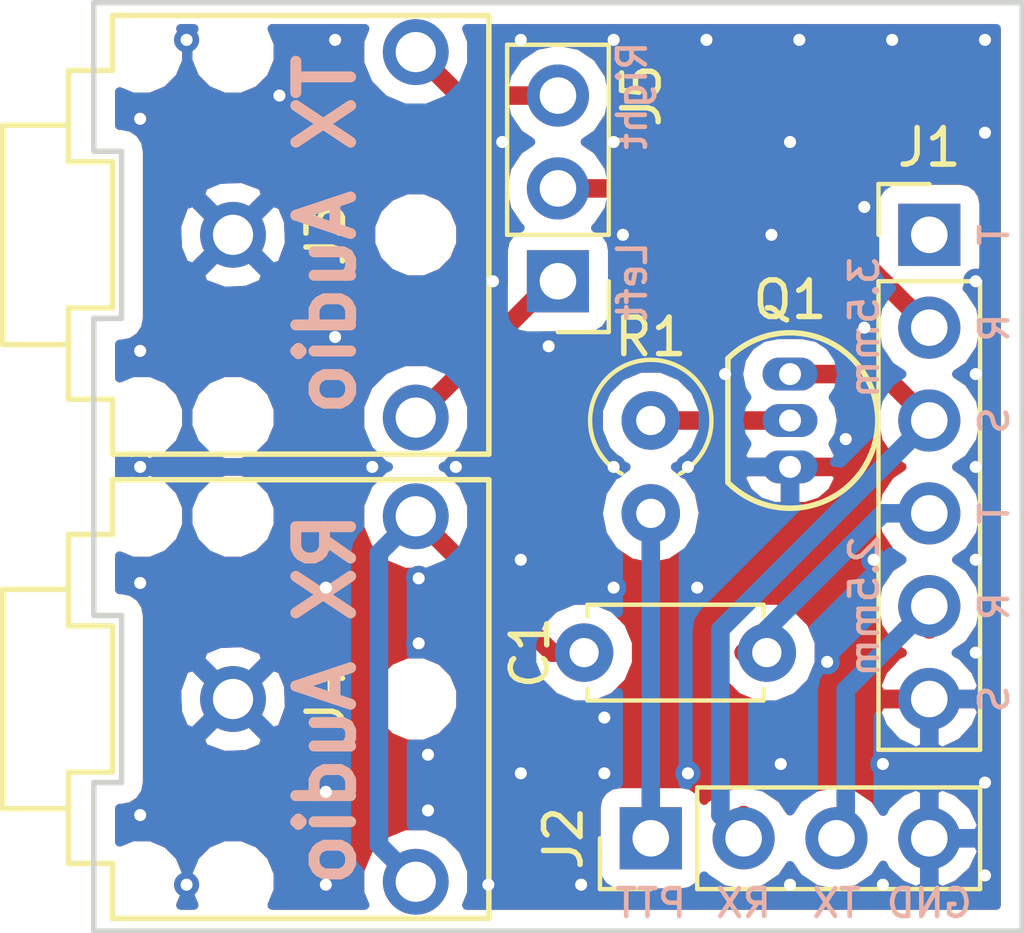
<source format=kicad_pcb>
(kicad_pcb (version 4) (host pcbnew 4.0.6)

  (general
    (links 76)
    (no_connects 2)
    (area 101.524999 101.524999 127.075001 127.075001)
    (thickness 1.6)
    (drawings 28)
    (tracks 32)
    (zones 0)
    (modules 69)
    (nets 12)
  )

  (page USLetter)
  (title_block
    (title "Baofeng Audio Interface")
    (date 2017-05-28)
    (rev v0.1)
    (company AG6GR)
  )

  (layers
    (0 F.Cu signal)
    (31 B.Cu signal)
    (33 F.Adhes user)
    (35 F.Paste user)
    (36 B.SilkS user)
    (37 F.SilkS user)
    (39 F.Mask user)
    (40 Dwgs.User user)
    (41 Cmts.User user)
    (42 Eco1.User user)
    (43 Eco2.User user)
    (44 Edge.Cuts user)
    (45 Margin user)
    (47 F.CrtYd user)
    (49 F.Fab user)
  )

  (setup
    (last_trace_width 0.508)
    (user_trace_width 0.254)
    (user_trace_width 0.508)
    (trace_clearance 0.1524)
    (zone_clearance 0.508)
    (zone_45_only no)
    (trace_min 0.1524)
    (segment_width 0.2)
    (edge_width 0.15)
    (via_size 0.6858)
    (via_drill 0.3302)
    (via_min_size 0.6858)
    (via_min_drill 0.3302)
    (uvia_size 0.762)
    (uvia_drill 0.508)
    (uvias_allowed no)
    (uvia_min_size 0)
    (uvia_min_drill 0)
    (pcb_text_width 0.3)
    (pcb_text_size 1.5 1.5)
    (mod_edge_width 0.15)
    (mod_text_size 1 1)
    (mod_text_width 0.15)
    (pad_size 0.6858 0.6858)
    (pad_drill 0.3302)
    (pad_to_mask_clearance 0.2)
    (aux_axis_origin 0 0)
    (visible_elements FFFFFF7F)
    (pcbplotparams
      (layerselection 0x00030_80000001)
      (usegerberextensions false)
      (excludeedgelayer true)
      (linewidth 0.100000)
      (plotframeref false)
      (viasonmask false)
      (mode 1)
      (useauxorigin false)
      (hpglpennumber 1)
      (hpglpenspeed 20)
      (hpglpendiameter 15)
      (hpglpenoverlay 2)
      (psnegative false)
      (psa4output false)
      (plotreference true)
      (plotvalue true)
      (plotinvisibletext false)
      (padsonsilk false)
      (subtractmaskfromsilk false)
      (outputformat 1)
      (mirror false)
      (drillshape 1)
      (scaleselection 1)
      (outputdirectory ""))
  )

  (net 0 "")
  (net 1 "Net-(C1-Pad1)")
  (net 2 RX_AUDIO)
  (net 3 +5V)
  (net 4 TX_AUDIO)
  (net 5 SERIAL_RX)
  (net 6 SERIAL_TX)
  (net 7 GND)
  (net 8 PTT)
  (net 9 TX_RIGHT+)
  (net 10 TX_LEFT+)
  (net 11 "Net-(Q1-Pad2)")

  (net_class Default "This is the default net class."
    (clearance 0.1524)
    (trace_width 0.254)
    (via_dia 0.6858)
    (via_drill 0.3302)
    (uvia_dia 0.762)
    (uvia_drill 0.508)
    (add_net +5V)
    (add_net GND)
    (add_net "Net-(C1-Pad1)")
    (add_net "Net-(Q1-Pad2)")
    (add_net PTT)
    (add_net RX_AUDIO)
    (add_net SERIAL_RX)
    (add_net SERIAL_TX)
    (add_net TX_AUDIO)
    (add_net TX_LEFT+)
    (add_net TX_RIGHT+)
  )

  (module Vias:VIA_13_7 (layer F.Cu) (tedit 592BA17B) (tstamp 592BA3E3)
    (at 120.65 105.41)
    (descr "Via, 13mm hole, 7mm annular ring")
    (tags via)
    (zone_connect 2)
    (fp_text reference REF** (at 0 2.5) (layer F.SilkS) hide
      (effects (font (size 1 1) (thickness 0.15)))
    )
    (fp_text value VIA_13_7 (at 0 -2.5) (layer F.Fab) hide
      (effects (font (size 1 1) (thickness 0.15)))
    )
    (pad 1 thru_hole circle (at 0 0) (size 0.6858 0.6858) (drill 0.3302) (layers *.Cu)
      (net 7 GND) (zone_connect 2))
  )

  (module Vias:VIA_13_7 (layer F.Cu) (tedit 592BA17B) (tstamp 592BA3DB)
    (at 113.284 116.84)
    (descr "Via, 13mm hole, 7mm annular ring")
    (tags via)
    (zone_connect 2)
    (fp_text reference REF** (at 0 2.5) (layer F.SilkS) hide
      (effects (font (size 1 1) (thickness 0.15)))
    )
    (fp_text value VIA_13_7 (at 0 -2.5) (layer F.Fab) hide
      (effects (font (size 1 1) (thickness 0.15)))
    )
    (pad 1 thru_hole circle (at 0 0) (size 0.6858 0.6858) (drill 0.3302) (layers *.Cu)
      (net 7 GND) (zone_connect 2))
  )

  (module Vias:VIA_13_7 (layer F.Cu) (tedit 592BA17B) (tstamp 592BA3D0)
    (at 107.95 123.19)
    (descr "Via, 13mm hole, 7mm annular ring")
    (tags via)
    (zone_connect 2)
    (fp_text reference REF** (at 0 2.5) (layer F.SilkS) hide
      (effects (font (size 1 1) (thickness 0.15)))
    )
    (fp_text value VIA_13_7 (at 0 -2.5) (layer F.Fab) hide
      (effects (font (size 1 1) (thickness 0.15)))
    )
    (pad 1 thru_hole circle (at 0 0) (size 0.6858 0.6858) (drill 0.3302) (layers *.Cu)
      (net 7 GND) (zone_connect 2))
  )

  (module Vias:VIA_13_7 (layer F.Cu) (tedit 592BA17B) (tstamp 592BA3CC)
    (at 107.95 117.602)
    (descr "Via, 13mm hole, 7mm annular ring")
    (tags via)
    (zone_connect 2)
    (fp_text reference REF** (at 0 2.5) (layer F.SilkS) hide
      (effects (font (size 1 1) (thickness 0.15)))
    )
    (fp_text value VIA_13_7 (at 0 -2.5) (layer F.Fab) hide
      (effects (font (size 1 1) (thickness 0.15)))
    )
    (pad 1 thru_hole circle (at 0 0) (size 0.6858 0.6858) (drill 0.3302) (layers *.Cu)
      (net 7 GND) (zone_connect 2))
  )

  (module Vias:VIA_13_7 (layer F.Cu) (tedit 592BA17B) (tstamp 592BA3C8)
    (at 108.204 110.744)
    (descr "Via, 13mm hole, 7mm annular ring")
    (tags via)
    (zone_connect 2)
    (fp_text reference REF** (at 0 2.5) (layer F.SilkS) hide
      (effects (font (size 1 1) (thickness 0.15)))
    )
    (fp_text value VIA_13_7 (at 0 -2.5) (layer F.Fab) hide
      (effects (font (size 1 1) (thickness 0.15)))
    )
    (pad 1 thru_hole circle (at 0 0) (size 0.6858 0.6858) (drill 0.3302) (layers *.Cu)
      (net 7 GND) (zone_connect 2))
  )

  (module Vias:VIA_13_7 (layer F.Cu) (tedit 592BA17B) (tstamp 592BA3C4)
    (at 122.682 107.188)
    (descr "Via, 13mm hole, 7mm annular ring")
    (tags via)
    (zone_connect 2)
    (fp_text reference REF** (at 0 2.5) (layer F.SilkS) hide
      (effects (font (size 1 1) (thickness 0.15)))
    )
    (fp_text value VIA_13_7 (at 0 -2.5) (layer F.Fab) hide
      (effects (font (size 1 1) (thickness 0.15)))
    )
    (pad 1 thru_hole circle (at 0 0) (size 0.6858 0.6858) (drill 0.3302) (layers *.Cu)
      (net 7 GND) (zone_connect 2))
  )

  (module Vias:VIA_13_7 (layer F.Cu) (tedit 592BA17B) (tstamp 592BA3BC)
    (at 115.824 105.41)
    (descr "Via, 13mm hole, 7mm annular ring")
    (tags via)
    (zone_connect 2)
    (fp_text reference REF** (at 0 2.5) (layer F.SilkS) hide
      (effects (font (size 1 1) (thickness 0.15)))
    )
    (fp_text value VIA_13_7 (at 0 -2.5) (layer F.Fab) hide
      (effects (font (size 1 1) (thickness 0.15)))
    )
    (pad 1 thru_hole circle (at 0 0) (size 0.6858 0.6858) (drill 0.3302) (layers *.Cu)
      (net 7 GND) (zone_connect 2))
  )

  (module Vias:VIA_13_7 (layer F.Cu) (tedit 592BA17B) (tstamp 592BA3B8)
    (at 112.522 109.22)
    (descr "Via, 13mm hole, 7mm annular ring")
    (tags via)
    (zone_connect 2)
    (fp_text reference REF** (at 0 2.5) (layer F.SilkS) hide
      (effects (font (size 1 1) (thickness 0.15)))
    )
    (fp_text value VIA_13_7 (at 0 -2.5) (layer F.Fab) hide
      (effects (font (size 1 1) (thickness 0.15)))
    )
    (pad 1 thru_hole circle (at 0 0) (size 0.6858 0.6858) (drill 0.3302) (layers *.Cu)
      (net 7 GND) (zone_connect 2))
  )

  (module Vias:VIA_13_7 (layer F.Cu) (tedit 592BA17B) (tstamp 592BA3B4)
    (at 112.776 105.41)
    (descr "Via, 13mm hole, 7mm annular ring")
    (tags via)
    (zone_connect 2)
    (fp_text reference REF** (at 0 2.5) (layer F.SilkS) hide
      (effects (font (size 1 1) (thickness 0.15)))
    )
    (fp_text value VIA_13_7 (at 0 -2.5) (layer F.Fab) hide
      (effects (font (size 1 1) (thickness 0.15)))
    )
    (pad 1 thru_hole circle (at 0 0) (size 0.6858 0.6858) (drill 0.3302) (layers *.Cu)
      (net 7 GND) (zone_connect 2))
  )

  (module Vias:VIA_13_7 (layer F.Cu) (tedit 592BA17B) (tstamp 592BA3B0)
    (at 114.046 110.998)
    (descr "Via, 13mm hole, 7mm annular ring")
    (tags via)
    (zone_connect 2)
    (fp_text reference REF** (at 0 2.5) (layer F.SilkS) hide
      (effects (font (size 1 1) (thickness 0.15)))
    )
    (fp_text value VIA_13_7 (at 0 -2.5) (layer F.Fab) hide
      (effects (font (size 1 1) (thickness 0.15)))
    )
    (pad 1 thru_hole circle (at 0 0) (size 0.6858 0.6858) (drill 0.3302) (layers *.Cu)
      (net 7 GND) (zone_connect 2))
  )

  (module Vias:VIA_13_7 (layer F.Cu) (tedit 592BA17B) (tstamp 592BA3AC)
    (at 116.078 107.95)
    (descr "Via, 13mm hole, 7mm annular ring")
    (tags via)
    (zone_connect 2)
    (fp_text reference REF** (at 0 2.5) (layer F.SilkS) hide
      (effects (font (size 1 1) (thickness 0.15)))
    )
    (fp_text value VIA_13_7 (at 0 -2.5) (layer F.Fab) hide
      (effects (font (size 1 1) (thickness 0.15)))
    )
    (pad 1 thru_hole circle (at 0 0) (size 0.6858 0.6858) (drill 0.3302) (layers *.Cu)
      (net 7 GND) (zone_connect 2))
  )

  (module Vias:VIA_13_7 (layer F.Cu) (tedit 592BA17B) (tstamp 592BA3A8)
    (at 120.142 107.95)
    (descr "Via, 13mm hole, 7mm annular ring")
    (tags via)
    (zone_connect 2)
    (fp_text reference REF** (at 0 2.5) (layer F.SilkS) hide
      (effects (font (size 1 1) (thickness 0.15)))
    )
    (fp_text value VIA_13_7 (at 0 -2.5) (layer F.Fab) hide
      (effects (font (size 1 1) (thickness 0.15)))
    )
    (pad 1 thru_hole circle (at 0 0) (size 0.6858 0.6858) (drill 0.3302) (layers *.Cu)
      (net 7 GND) (zone_connect 2))
  )

  (module Vias:VIA_13_7 (layer F.Cu) (tedit 592BA17B) (tstamp 592BA3A4)
    (at 122.682 110.49)
    (descr "Via, 13mm hole, 7mm annular ring")
    (tags via)
    (zone_connect 2)
    (fp_text reference REF** (at 0 2.5) (layer F.SilkS) hide
      (effects (font (size 1 1) (thickness 0.15)))
    )
    (fp_text value VIA_13_7 (at 0 -2.5) (layer F.Fab) hide
      (effects (font (size 1 1) (thickness 0.15)))
    )
    (pad 1 thru_hole circle (at 0 0) (size 0.6858 0.6858) (drill 0.3302) (layers *.Cu)
      (net 7 GND) (zone_connect 2))
  )

  (module Vias:VIA_13_7 (layer F.Cu) (tedit 592BA17B) (tstamp 592BA3A0)
    (at 118.872 111.76)
    (descr "Via, 13mm hole, 7mm annular ring")
    (tags via)
    (zone_connect 2)
    (fp_text reference REF** (at 0 2.5) (layer F.SilkS) hide
      (effects (font (size 1 1) (thickness 0.15)))
    )
    (fp_text value VIA_13_7 (at 0 -2.5) (layer F.Fab) hide
      (effects (font (size 1 1) (thickness 0.15)))
    )
    (pad 1 thru_hole circle (at 0 0) (size 0.6858 0.6858) (drill 0.3302) (layers *.Cu)
      (net 7 GND) (zone_connect 2))
  )

  (module Vias:VIA_13_7 (layer F.Cu) (tedit 592BA17B) (tstamp 592BA382)
    (at 123.19 122.428)
    (descr "Via, 13mm hole, 7mm annular ring")
    (tags via)
    (zone_connect 2)
    (fp_text reference REF** (at 0 2.5) (layer F.SilkS) hide
      (effects (font (size 1 1) (thickness 0.15)))
    )
    (fp_text value VIA_13_7 (at 0 -2.5) (layer F.Fab) hide
      (effects (font (size 1 1) (thickness 0.15)))
    )
    (pad 1 thru_hole circle (at 0 0) (size 0.6858 0.6858) (drill 0.3302) (layers *.Cu)
      (net 7 GND) (zone_connect 2))
  )

  (module Vias:VIA_13_7 (layer F.Cu) (tedit 592BA17B) (tstamp 592BA37D)
    (at 121.666 119.634)
    (descr "Via, 13mm hole, 7mm annular ring")
    (tags via)
    (zone_connect 2)
    (fp_text reference REF** (at 0 2.5) (layer F.SilkS) hide
      (effects (font (size 1 1) (thickness 0.15)))
    )
    (fp_text value VIA_13_7 (at 0 -2.5) (layer F.Fab) hide
      (effects (font (size 1 1) (thickness 0.15)))
    )
    (pad 1 thru_hole circle (at 0 0) (size 0.6858 0.6858) (drill 0.3302) (layers *.Cu)
      (net 7 GND) (zone_connect 2))
  )

  (module Vias:VIA_13_7 (layer F.Cu) (tedit 592BA17B) (tstamp 592BA376)
    (at 122.936 116.84)
    (descr "Via, 13mm hole, 7mm annular ring")
    (tags via)
    (zone_connect 2)
    (fp_text reference REF** (at 0 2.5) (layer F.SilkS) hide
      (effects (font (size 1 1) (thickness 0.15)))
    )
    (fp_text value VIA_13_7 (at 0 -2.5) (layer F.Fab) hide
      (effects (font (size 1 1) (thickness 0.15)))
    )
    (pad 1 thru_hole circle (at 0 0) (size 0.6858 0.6858) (drill 0.3302) (layers *.Cu)
      (net 7 GND) (zone_connect 2))
  )

  (module Vias:VIA_13_7 (layer F.Cu) (tedit 592BA17B) (tstamp 592BA372)
    (at 122.174 113.538)
    (descr "Via, 13mm hole, 7mm annular ring")
    (tags via)
    (zone_connect 2)
    (fp_text reference REF** (at 0 2.5) (layer F.SilkS) hide
      (effects (font (size 1 1) (thickness 0.15)))
    )
    (fp_text value VIA_13_7 (at 0 -2.5) (layer F.Fab) hide
      (effects (font (size 1 1) (thickness 0.15)))
    )
    (pad 1 thru_hole circle (at 0 0) (size 0.6858 0.6858) (drill 0.3302) (layers *.Cu)
      (net 7 GND) (zone_connect 2))
  )

  (module Vias:VIA_13_7 (layer F.Cu) (tedit 592BA17B) (tstamp 592BA36E)
    (at 115.824 114.3)
    (descr "Via, 13mm hole, 7mm annular ring")
    (tags via)
    (zone_connect 2)
    (fp_text reference REF** (at 0 2.5) (layer F.SilkS) hide
      (effects (font (size 1 1) (thickness 0.15)))
    )
    (fp_text value VIA_13_7 (at 0 -2.5) (layer F.Fab) hide
      (effects (font (size 1 1) (thickness 0.15)))
    )
    (pad 1 thru_hole circle (at 0 0) (size 0.6858 0.6858) (drill 0.3302) (layers *.Cu)
      (net 7 GND) (zone_connect 2))
  )

  (module Vias:VIA_13_7 (layer F.Cu) (tedit 592BA17B) (tstamp 592BA36A)
    (at 117.856 114.3)
    (descr "Via, 13mm hole, 7mm annular ring")
    (tags via)
    (zone_connect 2)
    (fp_text reference REF** (at 0 2.5) (layer F.SilkS) hide
      (effects (font (size 1 1) (thickness 0.15)))
    )
    (fp_text value VIA_13_7 (at 0 -2.5) (layer F.Fab) hide
      (effects (font (size 1 1) (thickness 0.15)))
    )
    (pad 1 thru_hole circle (at 0 0) (size 0.6858 0.6858) (drill 0.3302) (layers *.Cu)
      (net 7 GND) (zone_connect 2))
  )

  (module Vias:VIA_13_7 (layer F.Cu) (tedit 592BA17B) (tstamp 592BA366)
    (at 118.11 117.602)
    (descr "Via, 13mm hole, 7mm annular ring")
    (tags via)
    (zone_connect 2)
    (fp_text reference REF** (at 0 2.5) (layer F.SilkS) hide
      (effects (font (size 1 1) (thickness 0.15)))
    )
    (fp_text value VIA_13_7 (at 0 -2.5) (layer F.Fab) hide
      (effects (font (size 1 1) (thickness 0.15)))
    )
    (pad 1 thru_hole circle (at 0 0) (size 0.6858 0.6858) (drill 0.3302) (layers *.Cu)
      (net 7 GND) (zone_connect 2))
  )

  (module Vias:VIA_13_7 (layer F.Cu) (tedit 592BA17B) (tstamp 592BA362)
    (at 115.824 117.602)
    (descr "Via, 13mm hole, 7mm annular ring")
    (tags via)
    (zone_connect 2)
    (fp_text reference REF** (at 0 2.5) (layer F.SilkS) hide
      (effects (font (size 1 1) (thickness 0.15)))
    )
    (fp_text value VIA_13_7 (at 0 -2.5) (layer F.Fab) hide
      (effects (font (size 1 1) (thickness 0.15)))
    )
    (pad 1 thru_hole circle (at 0 0) (size 0.6858 0.6858) (drill 0.3302) (layers *.Cu)
      (net 7 GND) (zone_connect 2))
  )

  (module Vias:VIA_13_7 (layer F.Cu) (tedit 592BA17B) (tstamp 592BA35E)
    (at 109.22 114.3)
    (descr "Via, 13mm hole, 7mm annular ring")
    (tags via)
    (zone_connect 2)
    (fp_text reference REF** (at 0 2.5) (layer F.SilkS) hide
      (effects (font (size 1 1) (thickness 0.15)))
    )
    (fp_text value VIA_13_7 (at 0 -2.5) (layer F.Fab) hide
      (effects (font (size 1 1) (thickness 0.15)))
    )
    (pad 1 thru_hole circle (at 0 0) (size 0.6858 0.6858) (drill 0.3302) (layers *.Cu)
      (net 7 GND) (zone_connect 2))
  )

  (module Vias:VIA_13_7 (layer F.Cu) (tedit 592BA17B) (tstamp 592BA35A)
    (at 111.506 114.3)
    (descr "Via, 13mm hole, 7mm annular ring")
    (tags via)
    (zone_connect 2)
    (fp_text reference REF** (at 0 2.5) (layer F.SilkS) hide
      (effects (font (size 1 1) (thickness 0.15)))
    )
    (fp_text value VIA_13_7 (at 0 -2.5) (layer F.Fab) hide
      (effects (font (size 1 1) (thickness 0.15)))
    )
    (pad 1 thru_hole circle (at 0 0) (size 0.6858 0.6858) (drill 0.3302) (layers *.Cu)
      (net 7 GND) (zone_connect 2))
  )

  (module Vias:VIA_13_7 (layer F.Cu) (tedit 592BA17B) (tstamp 592BA356)
    (at 113.284 122.682)
    (descr "Via, 13mm hole, 7mm annular ring")
    (tags via)
    (zone_connect 2)
    (fp_text reference REF** (at 0 2.5) (layer F.SilkS) hide
      (effects (font (size 1 1) (thickness 0.15)))
    )
    (fp_text value VIA_13_7 (at 0 -2.5) (layer F.Fab) hide
      (effects (font (size 1 1) (thickness 0.15)))
    )
    (pad 1 thru_hole circle (at 0 0) (size 0.6858 0.6858) (drill 0.3302) (layers *.Cu)
      (net 7 GND) (zone_connect 2))
  )

  (module Vias:VIA_13_7 (layer F.Cu) (tedit 592BA17B) (tstamp 592BA352)
    (at 115.57 122.682)
    (descr "Via, 13mm hole, 7mm annular ring")
    (tags via)
    (zone_connect 2)
    (fp_text reference REF** (at 0 2.5) (layer F.SilkS) hide
      (effects (font (size 1 1) (thickness 0.15)))
    )
    (fp_text value VIA_13_7 (at 0 -2.5) (layer F.Fab) hide
      (effects (font (size 1 1) (thickness 0.15)))
    )
    (pad 1 thru_hole circle (at 0 0) (size 0.6858 0.6858) (drill 0.3302) (layers *.Cu)
      (net 7 GND) (zone_connect 2))
  )

  (module Vias:VIA_13_7 (layer F.Cu) (tedit 592BA17B) (tstamp 592BA345)
    (at 115.57 121.158)
    (descr "Via, 13mm hole, 7mm annular ring")
    (tags via)
    (zone_connect 2)
    (fp_text reference REF** (at 0 2.5) (layer F.SilkS) hide
      (effects (font (size 1 1) (thickness 0.15)))
    )
    (fp_text value VIA_13_7 (at 0 -2.5) (layer F.Fab) hide
      (effects (font (size 1 1) (thickness 0.15)))
    )
    (pad 1 thru_hole circle (at 0 0) (size 0.6858 0.6858) (drill 0.3302) (layers *.Cu)
      (net 7 GND) (zone_connect 2))
  )

  (module Vias:VIA_13_7 (layer F.Cu) (tedit 592BA17B) (tstamp 592BA341)
    (at 110.49 119.126)
    (descr "Via, 13mm hole, 7mm annular ring")
    (tags via)
    (zone_connect 2)
    (fp_text reference REF** (at 0 2.5) (layer F.SilkS) hide
      (effects (font (size 1 1) (thickness 0.15)))
    )
    (fp_text value VIA_13_7 (at 0 -2.5) (layer F.Fab) hide
      (effects (font (size 1 1) (thickness 0.15)))
    )
    (pad 1 thru_hole circle (at 0 0) (size 0.6858 0.6858) (drill 0.3302) (layers *.Cu)
      (net 7 GND) (zone_connect 2))
  )

  (module Vias:VIA_13_7 (layer F.Cu) (tedit 592BA17B) (tstamp 592BA33D)
    (at 110.49 117.348)
    (descr "Via, 13mm hole, 7mm annular ring")
    (tags via)
    (zone_connect 2)
    (fp_text reference REF** (at 0 2.5) (layer F.SilkS) hide
      (effects (font (size 1 1) (thickness 0.15)))
    )
    (fp_text value VIA_13_7 (at 0 -2.5) (layer F.Fab) hide
      (effects (font (size 1 1) (thickness 0.15)))
    )
    (pad 1 thru_hole circle (at 0 0) (size 0.6858 0.6858) (drill 0.3302) (layers *.Cu)
      (net 7 GND) (zone_connect 2))
  )

  (module Vias:VIA_13_7 (layer F.Cu) (tedit 592BA17B) (tstamp 592BA339)
    (at 110.744 123.698)
    (descr "Via, 13mm hole, 7mm annular ring")
    (tags via)
    (zone_connect 2)
    (fp_text reference REF** (at 0 2.5) (layer F.SilkS) hide
      (effects (font (size 1 1) (thickness 0.15)))
    )
    (fp_text value VIA_13_7 (at 0 -2.5) (layer F.Fab) hide
      (effects (font (size 1 1) (thickness 0.15)))
    )
    (pad 1 thru_hole circle (at 0 0) (size 0.6858 0.6858) (drill 0.3302) (layers *.Cu)
      (net 7 GND) (zone_connect 2))
  )

  (module Vias:VIA_13_7 (layer F.Cu) (tedit 592BA17B) (tstamp 592BA335)
    (at 110.744 122.174)
    (descr "Via, 13mm hole, 7mm annular ring")
    (tags via)
    (zone_connect 2)
    (fp_text reference REF** (at 0 2.5) (layer F.SilkS) hide
      (effects (font (size 1 1) (thickness 0.15)))
    )
    (fp_text value VIA_13_7 (at 0 -2.5) (layer F.Fab) hide
      (effects (font (size 1 1) (thickness 0.15)))
    )
    (pad 1 thru_hole circle (at 0 0) (size 0.6858 0.6858) (drill 0.3302) (layers *.Cu)
      (net 7 GND) (zone_connect 2))
  )

  (module Vias:VIA_13_7 (layer F.Cu) (tedit 592BA17B) (tstamp 592BA2CF)
    (at 125.984 125.476)
    (descr "Via, 13mm hole, 7mm annular ring")
    (tags via)
    (zone_connect 2)
    (fp_text reference REF** (at 0 2.5) (layer F.SilkS) hide
      (effects (font (size 1 1) (thickness 0.15)))
    )
    (fp_text value VIA_13_7 (at 0 -2.5) (layer F.Fab) hide
      (effects (font (size 1 1) (thickness 0.15)))
    )
    (pad 1 thru_hole circle (at 0 0) (size 0.6858 0.6858) (drill 0.3302) (layers *.Cu)
      (net 7 GND) (zone_connect 2))
  )

  (module Vias:VIA_13_7 (layer F.Cu) (tedit 592BA17B) (tstamp 592BA2CB)
    (at 125.984 122.936)
    (descr "Via, 13mm hole, 7mm annular ring")
    (tags via)
    (zone_connect 2)
    (fp_text reference REF** (at 0 2.5) (layer F.SilkS) hide
      (effects (font (size 1 1) (thickness 0.15)))
    )
    (fp_text value VIA_13_7 (at 0 -2.5) (layer F.Fab) hide
      (effects (font (size 1 1) (thickness 0.15)))
    )
    (pad 1 thru_hole circle (at 0 0) (size 0.6858 0.6858) (drill 0.3302) (layers *.Cu)
      (net 7 GND) (zone_connect 2))
  )

  (module Vias:VIA_13_7 (layer F.Cu) (tedit 592BA17B) (tstamp 592BA2AF)
    (at 125.984 105.156)
    (descr "Via, 13mm hole, 7mm annular ring")
    (tags via)
    (zone_connect 2)
    (fp_text reference REF** (at 0 2.5) (layer F.SilkS) hide
      (effects (font (size 1 1) (thickness 0.15)))
    )
    (fp_text value VIA_13_7 (at 0 -2.5) (layer F.Fab) hide
      (effects (font (size 1 1) (thickness 0.15)))
    )
    (pad 1 thru_hole circle (at 0 0) (size 0.6858 0.6858) (drill 0.3302) (layers *.Cu)
      (net 7 GND) (zone_connect 2))
  )

  (module Vias:VIA_13_7 (layer F.Cu) (tedit 592BA17B) (tstamp 592BA281)
    (at 125.73 109.22)
    (descr "Via, 13mm hole, 7mm annular ring")
    (tags via)
    (zone_connect 2)
    (fp_text reference REF** (at 0 2.5) (layer F.SilkS) hide
      (effects (font (size 1 1) (thickness 0.15)))
    )
    (fp_text value VIA_13_7 (at 0 -2.5) (layer F.Fab) hide
      (effects (font (size 1 1) (thickness 0.15)))
    )
    (pad 1 thru_hole circle (at 0 0) (size 0.6858 0.6858) (drill 0.3302) (layers *.Cu)
      (net 7 GND) (zone_connect 2))
  )

  (module Vias:VIA_13_7 (layer F.Cu) (tedit 592BA17B) (tstamp 592BA27D)
    (at 125.73 111.76)
    (descr "Via, 13mm hole, 7mm annular ring")
    (tags via)
    (zone_connect 2)
    (fp_text reference REF** (at 0 2.5) (layer F.SilkS) hide
      (effects (font (size 1 1) (thickness 0.15)))
    )
    (fp_text value VIA_13_7 (at 0 -2.5) (layer F.Fab) hide
      (effects (font (size 1 1) (thickness 0.15)))
    )
    (pad 1 thru_hole circle (at 0 0) (size 0.6858 0.6858) (drill 0.3302) (layers *.Cu)
      (net 7 GND) (zone_connect 2))
  )

  (module Vias:VIA_13_7 (layer F.Cu) (tedit 592BA17B) (tstamp 592BA279)
    (at 125.73 114.3)
    (descr "Via, 13mm hole, 7mm annular ring")
    (tags via)
    (zone_connect 2)
    (fp_text reference REF** (at 0 2.5) (layer F.SilkS) hide
      (effects (font (size 1 1) (thickness 0.15)))
    )
    (fp_text value VIA_13_7 (at 0 -2.5) (layer F.Fab) hide
      (effects (font (size 1 1) (thickness 0.15)))
    )
    (pad 1 thru_hole circle (at 0 0) (size 0.6858 0.6858) (drill 0.3302) (layers *.Cu)
      (net 7 GND) (zone_connect 2))
  )

  (module Vias:VIA_13_7 (layer F.Cu) (tedit 592BA17B) (tstamp 592BA275)
    (at 125.73 116.84)
    (descr "Via, 13mm hole, 7mm annular ring")
    (tags via)
    (zone_connect 2)
    (fp_text reference REF** (at 0 2.5) (layer F.SilkS) hide
      (effects (font (size 1 1) (thickness 0.15)))
    )
    (fp_text value VIA_13_7 (at 0 -2.5) (layer F.Fab) hide
      (effects (font (size 1 1) (thickness 0.15)))
    )
    (pad 1 thru_hole circle (at 0 0) (size 0.6858 0.6858) (drill 0.3302) (layers *.Cu)
      (net 7 GND) (zone_connect 2))
  )

  (module Vias:VIA_13_7 (layer F.Cu) (tedit 592BA17B) (tstamp 592BA271)
    (at 125.73 119.38)
    (descr "Via, 13mm hole, 7mm annular ring")
    (tags via)
    (zone_connect 2)
    (fp_text reference REF** (at 0 2.5) (layer F.SilkS) hide
      (effects (font (size 1 1) (thickness 0.15)))
    )
    (fp_text value VIA_13_7 (at 0 -2.5) (layer F.Fab) hide
      (effects (font (size 1 1) (thickness 0.15)))
    )
    (pad 1 thru_hole circle (at 0 0) (size 0.6858 0.6858) (drill 0.3302) (layers *.Cu)
      (net 7 GND) (zone_connect 2))
  )

  (module Vias:VIA_13_7 (layer F.Cu) (tedit 592BA17B) (tstamp 592BA269)
    (at 112.395 125.73)
    (descr "Via, 13mm hole, 7mm annular ring")
    (tags via)
    (zone_connect 2)
    (fp_text reference REF** (at 0 2.5) (layer F.SilkS) hide
      (effects (font (size 1 1) (thickness 0.15)))
    )
    (fp_text value VIA_13_7 (at 0 -2.5) (layer F.Fab) hide
      (effects (font (size 1 1) (thickness 0.15)))
    )
    (pad 1 thru_hole circle (at 0 0) (size 0.6858 0.6858) (drill 0.3302) (layers *.Cu)
      (net 7 GND) (zone_connect 2))
  )

  (module Vias:VIA_13_7 (layer F.Cu) (tedit 592BA17B) (tstamp 592BA265)
    (at 114.935 125.73)
    (descr "Via, 13mm hole, 7mm annular ring")
    (tags via)
    (zone_connect 2)
    (fp_text reference REF** (at 0 2.5) (layer F.SilkS) hide
      (effects (font (size 1 1) (thickness 0.15)))
    )
    (fp_text value VIA_13_7 (at 0 -2.5) (layer F.Fab) hide
      (effects (font (size 1 1) (thickness 0.15)))
    )
    (pad 1 thru_hole circle (at 0 0) (size 0.6858 0.6858) (drill 0.3302) (layers *.Cu)
      (net 7 GND) (zone_connect 2))
  )

  (module Vias:VIA_13_7 (layer F.Cu) (tedit 592BA17B) (tstamp 592BA261)
    (at 120.65 125.73)
    (descr "Via, 13mm hole, 7mm annular ring")
    (tags via)
    (zone_connect 2)
    (fp_text reference REF** (at 0 2.5) (layer F.SilkS) hide
      (effects (font (size 1 1) (thickness 0.15)))
    )
    (fp_text value VIA_13_7 (at 0 -2.5) (layer F.Fab) hide
      (effects (font (size 1 1) (thickness 0.15)))
    )
    (pad 1 thru_hole circle (at 0 0) (size 0.6858 0.6858) (drill 0.3302) (layers *.Cu)
      (net 7 GND) (zone_connect 2))
  )

  (module Vias:VIA_13_7 (layer F.Cu) (tedit 592BA17B) (tstamp 592BA25D)
    (at 123.19 125.73)
    (descr "Via, 13mm hole, 7mm annular ring")
    (tags via)
    (zone_connect 2)
    (fp_text reference REF** (at 0 2.5) (layer F.SilkS) hide
      (effects (font (size 1 1) (thickness 0.15)))
    )
    (fp_text value VIA_13_7 (at 0 -2.5) (layer F.Fab) hide
      (effects (font (size 1 1) (thickness 0.15)))
    )
    (pad 1 thru_hole circle (at 0 0) (size 0.6858 0.6858) (drill 0.3302) (layers *.Cu)
      (net 7 GND) (zone_connect 2))
  )

  (module Vias:VIA_13_7 (layer F.Cu) (tedit 592BA17B) (tstamp 592BA255)
    (at 107.95 125.73)
    (descr "Via, 13mm hole, 7mm annular ring")
    (tags via)
    (zone_connect 2)
    (fp_text reference REF** (at 0 2.5) (layer F.SilkS) hide
      (effects (font (size 1 1) (thickness 0.15)))
    )
    (fp_text value VIA_13_7 (at 0 -2.5) (layer F.Fab) hide
      (effects (font (size 1 1) (thickness 0.15)))
    )
    (pad 1 thru_hole circle (at 0 0) (size 0.6858 0.6858) (drill 0.3302) (layers *.Cu)
      (net 7 GND) (zone_connect 2))
  )

  (module Vias:VIA_13_7 (layer F.Cu) (tedit 592BA17B) (tstamp 592BA251)
    (at 104.14 125.73)
    (descr "Via, 13mm hole, 7mm annular ring")
    (tags via)
    (zone_connect 2)
    (fp_text reference REF** (at 0 2.5) (layer F.SilkS) hide
      (effects (font (size 1 1) (thickness 0.15)))
    )
    (fp_text value VIA_13_7 (at 0 -2.5) (layer F.Fab) hide
      (effects (font (size 1 1) (thickness 0.15)))
    )
    (pad 1 thru_hole circle (at 0 0) (size 0.6858 0.6858) (drill 0.3302) (layers *.Cu)
      (net 7 GND) (zone_connect 2))
  )

  (module Vias:VIA_13_7 (layer F.Cu) (tedit 592BA17B) (tstamp 592BA24D)
    (at 102.87 123.825)
    (descr "Via, 13mm hole, 7mm annular ring")
    (tags via)
    (zone_connect 2)
    (fp_text reference REF** (at 0 2.5) (layer F.SilkS) hide
      (effects (font (size 1 1) (thickness 0.15)))
    )
    (fp_text value VIA_13_7 (at 0 -2.5) (layer F.Fab) hide
      (effects (font (size 1 1) (thickness 0.15)))
    )
    (pad 1 thru_hole circle (at 0 0) (size 0.6858 0.6858) (drill 0.3302) (layers *.Cu)
      (net 7 GND) (zone_connect 2))
  )

  (module Vias:VIA_13_7 (layer F.Cu) (tedit 592BA17B) (tstamp 592BA249)
    (at 102.87 114.3)
    (descr "Via, 13mm hole, 7mm annular ring")
    (tags via)
    (zone_connect 2)
    (fp_text reference REF** (at 0 2.5) (layer F.SilkS) hide
      (effects (font (size 1 1) (thickness 0.15)))
    )
    (fp_text value VIA_13_7 (at 0 -2.5) (layer F.Fab) hide
      (effects (font (size 1 1) (thickness 0.15)))
    )
    (pad 1 thru_hole circle (at 0 0) (size 0.6858 0.6858) (drill 0.3302) (layers *.Cu)
      (net 7 GND) (zone_connect 2))
  )

  (module Vias:VIA_13_7 (layer F.Cu) (tedit 592BA17B) (tstamp 592BA245)
    (at 102.87 117.475)
    (descr "Via, 13mm hole, 7mm annular ring")
    (tags via)
    (zone_connect 2)
    (fp_text reference REF** (at 0 2.5) (layer F.SilkS) hide
      (effects (font (size 1 1) (thickness 0.15)))
    )
    (fp_text value VIA_13_7 (at 0 -2.5) (layer F.Fab) hide
      (effects (font (size 1 1) (thickness 0.15)))
    )
    (pad 1 thru_hole circle (at 0 0) (size 0.6858 0.6858) (drill 0.3302) (layers *.Cu)
      (net 7 GND) (zone_connect 2))
  )

  (module Vias:VIA_13_7 (layer F.Cu) (tedit 592BA17B) (tstamp 592BA241)
    (at 102.87 111.125)
    (descr "Via, 13mm hole, 7mm annular ring")
    (tags via)
    (zone_connect 2)
    (fp_text reference REF** (at 0 2.5) (layer F.SilkS) hide
      (effects (font (size 1 1) (thickness 0.15)))
    )
    (fp_text value VIA_13_7 (at 0 -2.5) (layer F.Fab) hide
      (effects (font (size 1 1) (thickness 0.15)))
    )
    (pad 1 thru_hole circle (at 0 0) (size 0.6858 0.6858) (drill 0.3302) (layers *.Cu)
      (net 7 GND) (zone_connect 2))
  )

  (module Vias:VIA_13_7 (layer F.Cu) (tedit 592BA17B) (tstamp 592BA23D)
    (at 102.87 104.775)
    (descr "Via, 13mm hole, 7mm annular ring")
    (tags via)
    (zone_connect 2)
    (fp_text reference REF** (at 0 2.5) (layer F.SilkS) hide
      (effects (font (size 1 1) (thickness 0.15)))
    )
    (fp_text value VIA_13_7 (at 0 -2.5) (layer F.Fab) hide
      (effects (font (size 1 1) (thickness 0.15)))
    )
    (pad 1 thru_hole circle (at 0 0) (size 0.6858 0.6858) (drill 0.3302) (layers *.Cu)
      (net 7 GND) (zone_connect 2))
  )

  (module Vias:VIA_13_7 (layer F.Cu) (tedit 592BA17B) (tstamp 592BA22B)
    (at 104.14 102.616)
    (descr "Via, 13mm hole, 7mm annular ring")
    (tags via)
    (zone_connect 2)
    (fp_text reference REF** (at 0 2.5) (layer F.SilkS) hide
      (effects (font (size 1 1) (thickness 0.15)))
    )
    (fp_text value VIA_13_7 (at 0 -2.5) (layer F.Fab) hide
      (effects (font (size 1 1) (thickness 0.15)))
    )
    (pad 1 thru_hole circle (at 0 0) (size 0.6858 0.6858) (drill 0.3302) (layers *.Cu)
      (net 7 GND) (zone_connect 2))
  )

  (module Vias:VIA_13_7 (layer F.Cu) (tedit 592BA17B) (tstamp 592BA227)
    (at 106.68 104.14)
    (descr "Via, 13mm hole, 7mm annular ring")
    (tags via)
    (zone_connect 2)
    (fp_text reference REF** (at 0 2.5) (layer F.SilkS) hide
      (effects (font (size 1 1) (thickness 0.15)))
    )
    (fp_text value VIA_13_7 (at 0 -2.5) (layer F.Fab) hide
      (effects (font (size 1 1) (thickness 0.15)))
    )
    (pad 1 thru_hole circle (at 0 0) (size 0.6858 0.6858) (drill 0.3302) (layers *.Cu)
      (net 7 GND) (zone_connect 2))
  )

  (module Vias:VIA_13_7 (layer F.Cu) (tedit 592BA17B) (tstamp 592BA223)
    (at 108.204 102.616)
    (descr "Via, 13mm hole, 7mm annular ring")
    (tags via)
    (zone_connect 2)
    (fp_text reference REF** (at 0 2.5) (layer F.SilkS) hide
      (effects (font (size 1 1) (thickness 0.15)))
    )
    (fp_text value VIA_13_7 (at 0 -2.5) (layer F.Fab) hide
      (effects (font (size 1 1) (thickness 0.15)))
    )
    (pad 1 thru_hole circle (at 0 0) (size 0.6858 0.6858) (drill 0.3302) (layers *.Cu)
      (net 7 GND) (zone_connect 2))
  )

  (module Vias:VIA_13_7 (layer F.Cu) (tedit 592BA17B) (tstamp 592BA21B)
    (at 113.284 102.616)
    (descr "Via, 13mm hole, 7mm annular ring")
    (tags via)
    (zone_connect 2)
    (fp_text reference REF** (at 0 2.5) (layer F.SilkS) hide
      (effects (font (size 1 1) (thickness 0.15)))
    )
    (fp_text value VIA_13_7 (at 0 -2.5) (layer F.Fab) hide
      (effects (font (size 1 1) (thickness 0.15)))
    )
    (pad 1 thru_hole circle (at 0 0) (size 0.6858 0.6858) (drill 0.3302) (layers *.Cu)
      (net 7 GND) (zone_connect 2))
  )

  (module Vias:VIA_13_7 (layer F.Cu) (tedit 592BA17B) (tstamp 592BA217)
    (at 115.824 102.616)
    (descr "Via, 13mm hole, 7mm annular ring")
    (tags via)
    (zone_connect 2)
    (fp_text reference REF** (at 0 2.5) (layer F.SilkS) hide
      (effects (font (size 1 1) (thickness 0.15)))
    )
    (fp_text value VIA_13_7 (at 0 -2.5) (layer F.Fab) hide
      (effects (font (size 1 1) (thickness 0.15)))
    )
    (pad 1 thru_hole circle (at 0 0) (size 0.6858 0.6858) (drill 0.3302) (layers *.Cu)
      (net 7 GND) (zone_connect 2))
  )

  (module Vias:VIA_13_7 (layer F.Cu) (tedit 592BA17B) (tstamp 592BA213)
    (at 118.364 102.616)
    (descr "Via, 13mm hole, 7mm annular ring")
    (tags via)
    (zone_connect 2)
    (fp_text reference REF** (at 0 2.5) (layer F.SilkS) hide
      (effects (font (size 1 1) (thickness 0.15)))
    )
    (fp_text value VIA_13_7 (at 0 -2.5) (layer F.Fab) hide
      (effects (font (size 1 1) (thickness 0.15)))
    )
    (pad 1 thru_hole circle (at 0 0) (size 0.6858 0.6858) (drill 0.3302) (layers *.Cu)
      (net 7 GND) (zone_connect 2))
  )

  (module Vias:VIA_13_7 (layer F.Cu) (tedit 592BA17B) (tstamp 592BA20F)
    (at 120.904 102.616)
    (descr "Via, 13mm hole, 7mm annular ring")
    (tags via)
    (zone_connect 2)
    (fp_text reference REF** (at 0 2.5) (layer F.SilkS) hide
      (effects (font (size 1 1) (thickness 0.15)))
    )
    (fp_text value VIA_13_7 (at 0 -2.5) (layer F.Fab) hide
      (effects (font (size 1 1) (thickness 0.15)))
    )
    (pad 1 thru_hole circle (at 0 0) (size 0.6858 0.6858) (drill 0.3302) (layers *.Cu)
      (net 7 GND) (zone_connect 2))
  )

  (module Vias:VIA_13_7 (layer F.Cu) (tedit 592BA17B) (tstamp 592BA20B)
    (at 123.444 102.616)
    (descr "Via, 13mm hole, 7mm annular ring")
    (tags via)
    (zone_connect 2)
    (fp_text reference REF** (at 0 2.5) (layer F.SilkS) hide
      (effects (font (size 1 1) (thickness 0.15)))
    )
    (fp_text value VIA_13_7 (at 0 -2.5) (layer F.Fab) hide
      (effects (font (size 1 1) (thickness 0.15)))
    )
    (pad 1 thru_hole circle (at 0 0) (size 0.6858 0.6858) (drill 0.3302) (layers *.Cu)
      (net 7 GND) (zone_connect 2))
  )

  (module Vias:VIA_13_7 (layer F.Cu) (tedit 592BA17B) (tstamp 592BA1AA)
    (at 125.984 102.616)
    (descr "Via, 13mm hole, 7mm annular ring")
    (tags via)
    (zone_connect 2)
    (fp_text reference REF** (at 0 2.5) (layer F.SilkS) hide
      (effects (font (size 1 1) (thickness 0.15)))
    )
    (fp_text value VIA_13_7 (at 0 -2.5) (layer F.Fab) hide
      (effects (font (size 1 1) (thickness 0.15)))
    )
    (pad 1 thru_hole circle (at 0 0) (size 0.6858 0.6858) (drill 0.3302) (layers *.Cu)
      (net 7 GND) (zone_connect 2))
  )

  (module Vias:VIA_13_7 (layer F.Cu) (tedit 592BA17B) (tstamp 592BA19B)
    (at 117.856 122.682)
    (descr "Via, 13mm hole, 7mm annular ring")
    (tags via)
    (zone_connect 2)
    (fp_text reference REF** (at 0 2.5) (layer F.SilkS) hide
      (effects (font (size 1 1) (thickness 0.15)))
    )
    (fp_text value VIA_13_7 (at 0 -2.5) (layer F.Fab) hide
      (effects (font (size 1 1) (thickness 0.15)))
    )
    (pad 1 thru_hole circle (at 0 0) (size 0.6858 0.6858) (drill 0.3302) (layers *.Cu)
      (net 7 GND) (zone_connect 2))
  )

  (module Capacitors_THT:C_Disc_D4.7mm_W2.5mm_P5.00mm (layer F.Cu) (tedit 58765D06) (tstamp 592B97AC)
    (at 115.015 119.38)
    (descr "C, Disc series, Radial, pin pitch=5.00mm, , diameter*width=4.7*2.5mm^2, Capacitor, http://www.vishay.com/docs/45233/krseries.pdf")
    (tags "C Disc series Radial pin pitch 5.00mm  diameter 4.7mm width 2.5mm Capacitor")
    (path /592B5322)
    (fp_text reference C1 (at -1.477 0 90) (layer F.SilkS)
      (effects (font (size 1 1) (thickness 0.15)))
    )
    (fp_text value 1uF (at 2.5 0) (layer F.Fab)
      (effects (font (size 1 1) (thickness 0.15)))
    )
    (fp_line (start 0.15 -1.25) (end 0.15 1.25) (layer F.Fab) (width 0.1))
    (fp_line (start 0.15 1.25) (end 4.85 1.25) (layer F.Fab) (width 0.1))
    (fp_line (start 4.85 1.25) (end 4.85 -1.25) (layer F.Fab) (width 0.1))
    (fp_line (start 4.85 -1.25) (end 0.15 -1.25) (layer F.Fab) (width 0.1))
    (fp_line (start 0.09 -1.31) (end 4.91 -1.31) (layer F.SilkS) (width 0.12))
    (fp_line (start 0.09 1.31) (end 4.91 1.31) (layer F.SilkS) (width 0.12))
    (fp_line (start 0.09 -1.31) (end 0.09 -0.996) (layer F.SilkS) (width 0.12))
    (fp_line (start 0.09 0.996) (end 0.09 1.31) (layer F.SilkS) (width 0.12))
    (fp_line (start 4.91 -1.31) (end 4.91 -0.996) (layer F.SilkS) (width 0.12))
    (fp_line (start 4.91 0.996) (end 4.91 1.31) (layer F.SilkS) (width 0.12))
    (fp_line (start -1.05 -1.6) (end -1.05 1.6) (layer F.CrtYd) (width 0.05))
    (fp_line (start -1.05 1.6) (end 6.05 1.6) (layer F.CrtYd) (width 0.05))
    (fp_line (start 6.05 1.6) (end 6.05 -1.6) (layer F.CrtYd) (width 0.05))
    (fp_line (start 6.05 -1.6) (end -1.05 -1.6) (layer F.CrtYd) (width 0.05))
    (pad 1 thru_hole circle (at 0 0) (size 1.6 1.6) (drill 0.8) (layers *.Cu *.Mask)
      (net 1 "Net-(C1-Pad1)"))
    (pad 2 thru_hole circle (at 5 0) (size 1.6 1.6) (drill 0.8) (layers *.Cu *.Mask)
      (net 2 RX_AUDIO))
    (model Capacitors_THT.3dshapes/C_Disc_D4.7mm_W2.5mm_P5.00mm.wrl
      (at (xyz 0 0 0))
      (scale (xyz 0.393701 0.393701 0.393701))
      (rotate (xyz 0 0 0))
    )
  )

  (module Pin_Headers:Pin_Header_Straight_1x06_Pitch2.54mm (layer F.Cu) (tedit 592BA429) (tstamp 592B97B6)
    (at 124.46 107.95)
    (descr "Through hole straight pin header, 1x06, 2.54mm pitch, single row")
    (tags "Through hole pin header THT 1x06 2.54mm single row")
    (path /592B3AFF)
    (fp_text reference J1 (at 0 -2.39) (layer F.SilkS)
      (effects (font (size 1 1) (thickness 0.15)))
    )
    (fp_text value CONN_01X06 (at 0 15.09) (layer F.Fab) hide
      (effects (font (size 1 1) (thickness 0.15)))
    )
    (fp_line (start -1.27 -1.27) (end -1.27 13.97) (layer F.Fab) (width 0.1))
    (fp_line (start -1.27 13.97) (end 1.27 13.97) (layer F.Fab) (width 0.1))
    (fp_line (start 1.27 13.97) (end 1.27 -1.27) (layer F.Fab) (width 0.1))
    (fp_line (start 1.27 -1.27) (end -1.27 -1.27) (layer F.Fab) (width 0.1))
    (fp_line (start -1.39 1.27) (end -1.39 14.09) (layer F.SilkS) (width 0.12))
    (fp_line (start -1.39 14.09) (end 1.39 14.09) (layer F.SilkS) (width 0.12))
    (fp_line (start 1.39 14.09) (end 1.39 1.27) (layer F.SilkS) (width 0.12))
    (fp_line (start 1.39 1.27) (end -1.39 1.27) (layer F.SilkS) (width 0.12))
    (fp_line (start -1.39 0) (end -1.39 -1.39) (layer F.SilkS) (width 0.12))
    (fp_line (start -1.39 -1.39) (end 0 -1.39) (layer F.SilkS) (width 0.12))
    (fp_line (start -1.6 -1.6) (end -1.6 14.3) (layer F.CrtYd) (width 0.05))
    (fp_line (start -1.6 14.3) (end 1.6 14.3) (layer F.CrtYd) (width 0.05))
    (fp_line (start 1.6 14.3) (end 1.6 -1.6) (layer F.CrtYd) (width 0.05))
    (fp_line (start 1.6 -1.6) (end -1.6 -1.6) (layer F.CrtYd) (width 0.05))
    (pad 1 thru_hole rect (at 0 0) (size 1.7 1.7) (drill 1) (layers *.Cu *.Mask)
      (net 3 +5V))
    (pad 2 thru_hole oval (at 0 2.54) (size 1.7 1.7) (drill 1) (layers *.Cu *.Mask)
      (net 4 TX_AUDIO))
    (pad 3 thru_hole oval (at 0 5.08) (size 1.7 1.7) (drill 1) (layers *.Cu *.Mask)
      (net 5 SERIAL_RX))
    (pad 4 thru_hole oval (at 0 7.62) (size 1.7 1.7) (drill 1) (layers *.Cu *.Mask)
      (net 2 RX_AUDIO))
    (pad 5 thru_hole oval (at 0 10.16) (size 1.7 1.7) (drill 1) (layers *.Cu *.Mask)
      (net 6 SERIAL_TX))
    (pad 6 thru_hole oval (at 0 12.7) (size 1.7 1.7) (drill 1) (layers *.Cu *.Mask)
      (net 7 GND))
    (model Pin_Headers.3dshapes/Pin_Header_Straight_1x06_Pitch2.54mm.wrl
      (at (xyz 0 -0.25 0))
      (scale (xyz 1 1 1))
      (rotate (xyz 0 0 90))
    )
  )

  (module Pin_Headers:Pin_Header_Straight_1x04_Pitch2.54mm (layer F.Cu) (tedit 592BA42C) (tstamp 592B97BE)
    (at 116.84 124.46 90)
    (descr "Through hole straight pin header, 1x04, 2.54mm pitch, single row")
    (tags "Through hole pin header THT 1x04 2.54mm single row")
    (path /592B57C2)
    (fp_text reference J2 (at 0 -2.39 90) (layer F.SilkS)
      (effects (font (size 1 1) (thickness 0.15)))
    )
    (fp_text value CONN_01X04 (at 0 10.01 90) (layer F.Fab) hide
      (effects (font (size 1 1) (thickness 0.15)))
    )
    (fp_line (start -1.27 -1.27) (end -1.27 8.89) (layer F.Fab) (width 0.1))
    (fp_line (start -1.27 8.89) (end 1.27 8.89) (layer F.Fab) (width 0.1))
    (fp_line (start 1.27 8.89) (end 1.27 -1.27) (layer F.Fab) (width 0.1))
    (fp_line (start 1.27 -1.27) (end -1.27 -1.27) (layer F.Fab) (width 0.1))
    (fp_line (start -1.39 1.27) (end -1.39 9.01) (layer F.SilkS) (width 0.12))
    (fp_line (start -1.39 9.01) (end 1.39 9.01) (layer F.SilkS) (width 0.12))
    (fp_line (start 1.39 9.01) (end 1.39 1.27) (layer F.SilkS) (width 0.12))
    (fp_line (start 1.39 1.27) (end -1.39 1.27) (layer F.SilkS) (width 0.12))
    (fp_line (start -1.39 0) (end -1.39 -1.39) (layer F.SilkS) (width 0.12))
    (fp_line (start -1.39 -1.39) (end 0 -1.39) (layer F.SilkS) (width 0.12))
    (fp_line (start -1.6 -1.6) (end -1.6 9.2) (layer F.CrtYd) (width 0.05))
    (fp_line (start -1.6 9.2) (end 1.6 9.2) (layer F.CrtYd) (width 0.05))
    (fp_line (start 1.6 9.2) (end 1.6 -1.6) (layer F.CrtYd) (width 0.05))
    (fp_line (start 1.6 -1.6) (end -1.6 -1.6) (layer F.CrtYd) (width 0.05))
    (pad 1 thru_hole rect (at 0 0 90) (size 1.7 1.7) (drill 1) (layers *.Cu *.Mask)
      (net 8 PTT))
    (pad 2 thru_hole oval (at 0 2.54 90) (size 1.7 1.7) (drill 1) (layers *.Cu *.Mask)
      (net 5 SERIAL_RX))
    (pad 3 thru_hole oval (at 0 5.08 90) (size 1.7 1.7) (drill 1) (layers *.Cu *.Mask)
      (net 6 SERIAL_TX))
    (pad 4 thru_hole oval (at 0 7.62 90) (size 1.7 1.7) (drill 1) (layers *.Cu *.Mask)
      (net 7 GND))
    (model Pin_Headers.3dshapes/Pin_Header_Straight_1x04_Pitch2.54mm.wrl
      (at (xyz 0 -0.15 0))
      (scale (xyz 1 1 1))
      (rotate (xyz 0 0 90))
    )
  )

  (module Pin_Headers:Pin_Header_Straight_1x03_Pitch2.54mm (layer F.Cu) (tedit 592BA413) (tstamp 592B97FB)
    (at 114.3 109.22 180)
    (descr "Through hole straight pin header, 1x03, 2.54mm pitch, single row")
    (tags "Through hole pin header THT 1x03 2.54mm single row")
    (path /592B87E2)
    (fp_text reference J5 (at -2.286 5.08 270) (layer F.SilkS)
      (effects (font (size 1 1) (thickness 0.15)))
    )
    (fp_text value CONN_01X03 (at 0 7.47 180) (layer F.Fab) hide
      (effects (font (size 1 1) (thickness 0.15)))
    )
    (fp_line (start -1.27 -1.27) (end -1.27 6.35) (layer F.Fab) (width 0.1))
    (fp_line (start -1.27 6.35) (end 1.27 6.35) (layer F.Fab) (width 0.1))
    (fp_line (start 1.27 6.35) (end 1.27 -1.27) (layer F.Fab) (width 0.1))
    (fp_line (start 1.27 -1.27) (end -1.27 -1.27) (layer F.Fab) (width 0.1))
    (fp_line (start -1.39 1.27) (end -1.39 6.47) (layer F.SilkS) (width 0.12))
    (fp_line (start -1.39 6.47) (end 1.39 6.47) (layer F.SilkS) (width 0.12))
    (fp_line (start 1.39 6.47) (end 1.39 1.27) (layer F.SilkS) (width 0.12))
    (fp_line (start 1.39 1.27) (end -1.39 1.27) (layer F.SilkS) (width 0.12))
    (fp_line (start -1.39 0) (end -1.39 -1.39) (layer F.SilkS) (width 0.12))
    (fp_line (start -1.39 -1.39) (end 0 -1.39) (layer F.SilkS) (width 0.12))
    (fp_line (start -1.6 -1.6) (end -1.6 6.6) (layer F.CrtYd) (width 0.05))
    (fp_line (start -1.6 6.6) (end 1.6 6.6) (layer F.CrtYd) (width 0.05))
    (fp_line (start 1.6 6.6) (end 1.6 -1.6) (layer F.CrtYd) (width 0.05))
    (fp_line (start 1.6 -1.6) (end -1.6 -1.6) (layer F.CrtYd) (width 0.05))
    (pad 1 thru_hole rect (at 0 0 180) (size 1.7 1.7) (drill 1) (layers *.Cu *.Mask)
      (net 9 TX_RIGHT+))
    (pad 2 thru_hole oval (at 0 2.54 180) (size 1.7 1.7) (drill 1) (layers *.Cu *.Mask)
      (net 4 TX_AUDIO))
    (pad 3 thru_hole oval (at 0 5.08 180) (size 1.7 1.7) (drill 1) (layers *.Cu *.Mask)
      (net 10 TX_LEFT+))
    (model Pin_Headers.3dshapes/Pin_Header_Straight_1x03_Pitch2.54mm.wrl
      (at (xyz 0 -0.1 0))
      (scale (xyz 1 1 1))
      (rotate (xyz 0 0 90))
    )
  )

  (module TO_SOT_Packages_THT:TO-92_Inline_Narrow_Oval (layer F.Cu) (tedit 592BA41B) (tstamp 592B9802)
    (at 120.65 111.76 270)
    (descr "TO-92 leads in-line, narrow, oval pads, drill 0.6mm (see NXP sot054_po.pdf)")
    (tags "to-92 sc-43 sc-43a sot54 PA33 transistor")
    (path /592B4340)
    (fp_text reference Q1 (at -2.032 0 360) (layer F.SilkS)
      (effects (font (size 1 1) (thickness 0.15)))
    )
    (fp_text value Q_NPN_CBE (at 0 3 270) (layer F.Fab) hide
      (effects (font (size 1 1) (thickness 0.15)))
    )
    (fp_line (start -1.4 1.95) (end -1.4 -2.65) (layer F.CrtYd) (width 0.05))
    (fp_line (start -1.4 1.95) (end 3.95 1.95) (layer F.CrtYd) (width 0.05))
    (fp_line (start -0.43 1.7) (end 2.97 1.7) (layer F.SilkS) (width 0.15))
    (fp_arc (start 1.27 0) (end 1.27 -2.4) (angle -135) (layer F.SilkS) (width 0.15))
    (fp_arc (start 1.27 0) (end 1.27 -2.4) (angle 135) (layer F.SilkS) (width 0.15))
    (fp_line (start -1.4 -2.65) (end 3.95 -2.65) (layer F.CrtYd) (width 0.05))
    (fp_line (start 3.95 1.95) (end 3.95 -2.65) (layer F.CrtYd) (width 0.05))
    (pad 2 thru_hole oval (at 1.27 0 90) (size 0.89916 1.50114) (drill 0.6) (layers *.Cu *.Mask)
      (net 11 "Net-(Q1-Pad2)"))
    (pad 3 thru_hole oval (at 2.54 0 90) (size 0.89916 1.50114) (drill 0.6) (layers *.Cu *.Mask)
      (net 7 GND))
    (pad 1 thru_hole oval (at 0 0 90) (size 0.89916 1.50114) (drill 0.6) (layers *.Cu *.Mask)
      (net 5 SERIAL_RX))
    (model TO_SOT_Packages_THT.3dshapes/TO-92_Inline_Narrow_Oval.wrl
      (at (xyz 0.05 0 0))
      (scale (xyz 1 1 1))
      (rotate (xyz 0 0 -90))
    )
  )

  (module Resistors_THT:R_Axial_DIN0309_L9.0mm_D3.2mm_P2.54mm_Vertical (layer F.Cu) (tedit 5874F706) (tstamp 592B9808)
    (at 116.84 113.03 270)
    (descr "Resistor, Axial_DIN0309 series, Axial, Vertical, pin pitch=2.54mm, 0.5W = 1/2W, length*diameter=9*3.2mm^2, http://cdn-reichelt.de/documents/datenblatt/B400/1_4W%23YAG.pdf")
    (tags "Resistor Axial_DIN0309 series Axial Vertical pin pitch 2.54mm 0.5W = 1/2W length 9mm diameter 3.2mm")
    (path /592B4D29)
    (fp_text reference R1 (at -2.286 0 360) (layer F.SilkS)
      (effects (font (size 1 1) (thickness 0.15)))
    )
    (fp_text value 1k (at 0 2.286 450) (layer F.Fab)
      (effects (font (size 1 1) (thickness 0.15)))
    )
    (fp_arc (start 0 0) (end 1.45451 -0.8) (angle -302.4) (layer F.SilkS) (width 0.12))
    (fp_circle (center 0 0) (end 1.6 0) (layer F.Fab) (width 0.1))
    (fp_line (start 0 0) (end 2.54 0) (layer F.Fab) (width 0.1))
    (fp_line (start -1.95 -1.95) (end -1.95 1.95) (layer F.CrtYd) (width 0.05))
    (fp_line (start -1.95 1.95) (end 3.65 1.95) (layer F.CrtYd) (width 0.05))
    (fp_line (start 3.65 1.95) (end 3.65 -1.95) (layer F.CrtYd) (width 0.05))
    (fp_line (start 3.65 -1.95) (end -1.95 -1.95) (layer F.CrtYd) (width 0.05))
    (pad 1 thru_hole circle (at 0 0 270) (size 1.6 1.6) (drill 0.8) (layers *.Cu *.Mask)
      (net 11 "Net-(Q1-Pad2)"))
    (pad 2 thru_hole oval (at 2.54 0 270) (size 1.6 1.6) (drill 0.8) (layers *.Cu *.Mask)
      (net 8 PTT))
    (model Resistors_THT.3dshapes/R_Axial_DIN0309_L9.0mm_D3.2mm_P2.54mm_Vertical.wrl
      (at (xyz 0 0 0))
      (scale (xyz 0.393701 0.393701 0.393701))
      (rotate (xyz 0 0 0))
    )
  )

  (module Vias:VIA_13_7 (layer F.Cu) (tedit 592BA17B) (tstamp 592BA105)
    (at 120.396 122.428)
    (descr "Via, 13mm hole, 7mm annular ring")
    (tags via)
    (zone_connect 2)
    (fp_text reference REF** (at 0 2.5) (layer F.SilkS) hide
      (effects (font (size 1 1) (thickness 0.15)))
    )
    (fp_text value VIA_13_7 (at 0 -2.5) (layer F.Fab) hide
      (effects (font (size 1 1) (thickness 0.15)))
    )
    (pad 1 thru_hole circle (at 0 0) (size 0.6858 0.6858) (drill 0.3302) (layers *.Cu)
      (net 7 GND) (zone_connect 2))
  )

  (module SJ1-352XN:SJ1-352XN (layer F.Cu) (tedit 592BA40E) (tstamp 592B97F4)
    (at 105.41 120.65)
    (descr "TRS Audio Jack")
    (tags audio)
    (path /592B786B)
    (fp_text reference J4 (at 2.54 0 90) (layer F.SilkS)
      (effects (font (size 1 1) (thickness 0.15)))
    )
    (fp_text value JACK_TRS_3PINS (at 2 -7) (layer F.Fab) hide
      (effects (font (size 1 1) (thickness 0.15)))
    )
    (fp_line (start -6.3 3) (end -4.5 3) (layer F.SilkS) (width 0.15))
    (fp_line (start -6.3 -3) (end -6.3 3) (layer F.SilkS) (width 0.15))
    (fp_line (start -4.5 -3) (end -6.3 -3) (layer F.SilkS) (width 0.15))
    (fp_line (start -3.3 -2) (end -4.5 -2) (layer F.SilkS) (width 0.15))
    (fp_line (start -3.3 2) (end -3.3 -2) (layer F.SilkS) (width 0.15))
    (fp_line (start -4.5 2) (end -3.3 2) (layer F.SilkS) (width 0.15))
    (fp_line (start -4.5 4.5) (end -4.5 2) (layer F.SilkS) (width 0.15))
    (fp_line (start -3.3 4.5) (end -4.5 4.5) (layer F.SilkS) (width 0.15))
    (fp_line (start -3.3 6) (end -3.3 4.5) (layer F.SilkS) (width 0.15))
    (fp_line (start 7 6) (end -3.3 6) (layer F.SilkS) (width 0.15))
    (fp_line (start 7 -6) (end 7 6) (layer F.SilkS) (width 0.15))
    (fp_line (start -3.3 -6) (end 7 -6) (layer F.SilkS) (width 0.15))
    (fp_line (start -3.3 -4.5) (end -3.3 -6) (layer F.SilkS) (width 0.15))
    (fp_line (start -4.5 -4.5) (end -3.3 -4.5) (layer F.SilkS) (width 0.15))
    (fp_line (start -4.5 -2) (end -4.5 -4.5) (layer F.SilkS) (width 0.15))
    (pad 1 thru_hole circle (at 0 0) (size 1.8 1.8) (drill 1.1) (layers *.Cu *.Mask)
      (net 7 GND))
    (pad 2 thru_hole circle (at 5 5) (size 1.8 1.8) (drill 1.1) (layers *.Cu *.Mask)
      (net 1 "Net-(C1-Pad1)"))
    (pad 3 thru_hole circle (at 5 -5) (size 1.8 1.8) (drill 1.1) (layers *.Cu *.Mask)
      (net 1 "Net-(C1-Pad1)"))
    (pad "" np_thru_hole circle (at -2.5 -5) (size 1.2 1.2) (drill 1.2) (layers *.Cu *.Mask))
    (pad "" np_thru_hole circle (at 5 0) (size 1.2 1.2) (drill 1.2) (layers *.Cu *.Mask))
    (pad "" np_thru_hole circle (at 0 -5) (size 1.2 1.2) (drill 1.2) (layers *.Cu *.Mask))
    (pad "" np_thru_hole circle (at 0 5) (size 1.2 1.2) (drill 1.2) (layers *.Cu *.Mask))
    (pad "" np_thru_hole circle (at -2.5 5) (size 1.2 1.2) (drill 1.2) (layers *.Cu *.Mask))
    (model /Users/sunny/Desktop/Radio/UV5R/Baofeng-Interface/BaofengInterface/libraries/SJ1-352XN_model/sj1-3523n.wrl
      (at (xyz 0.018 0 0))
      (scale (xyz 2.75 2.75 2.75))
      (rotate (xyz 0 0 180))
    )
  )

  (module SJ1-352XN:SJ1-352XN (layer F.Cu) (tedit 592BA40E) (tstamp 592B97D9)
    (at 105.41 107.95)
    (descr "TRS Audio Jack")
    (tags audio)
    (path /592B7129)
    (fp_text reference J3 (at 2.54 0 90) (layer F.SilkS)
      (effects (font (size 1 1) (thickness 0.15)))
    )
    (fp_text value JACK_TRS_3PINS (at 2 -7) (layer F.Fab) hide
      (effects (font (size 1 1) (thickness 0.15)))
    )
    (fp_line (start -6.3 3) (end -4.5 3) (layer F.SilkS) (width 0.15))
    (fp_line (start -6.3 -3) (end -6.3 3) (layer F.SilkS) (width 0.15))
    (fp_line (start -4.5 -3) (end -6.3 -3) (layer F.SilkS) (width 0.15))
    (fp_line (start -3.3 -2) (end -4.5 -2) (layer F.SilkS) (width 0.15))
    (fp_line (start -3.3 2) (end -3.3 -2) (layer F.SilkS) (width 0.15))
    (fp_line (start -4.5 2) (end -3.3 2) (layer F.SilkS) (width 0.15))
    (fp_line (start -4.5 4.5) (end -4.5 2) (layer F.SilkS) (width 0.15))
    (fp_line (start -3.3 4.5) (end -4.5 4.5) (layer F.SilkS) (width 0.15))
    (fp_line (start -3.3 6) (end -3.3 4.5) (layer F.SilkS) (width 0.15))
    (fp_line (start 7 6) (end -3.3 6) (layer F.SilkS) (width 0.15))
    (fp_line (start 7 -6) (end 7 6) (layer F.SilkS) (width 0.15))
    (fp_line (start -3.3 -6) (end 7 -6) (layer F.SilkS) (width 0.15))
    (fp_line (start -3.3 -4.5) (end -3.3 -6) (layer F.SilkS) (width 0.15))
    (fp_line (start -4.5 -4.5) (end -3.3 -4.5) (layer F.SilkS) (width 0.15))
    (fp_line (start -4.5 -2) (end -4.5 -4.5) (layer F.SilkS) (width 0.15))
    (pad 1 thru_hole circle (at 0 0) (size 1.8 1.8) (drill 1.1) (layers *.Cu *.Mask)
      (net 7 GND))
    (pad 2 thru_hole circle (at 5 5) (size 1.8 1.8) (drill 1.1) (layers *.Cu *.Mask)
      (net 9 TX_RIGHT+))
    (pad 3 thru_hole circle (at 5 -5) (size 1.8 1.8) (drill 1.1) (layers *.Cu *.Mask)
      (net 10 TX_LEFT+))
    (pad "" np_thru_hole circle (at -2.5 -5) (size 1.2 1.2) (drill 1.2) (layers *.Cu *.Mask))
    (pad "" np_thru_hole circle (at 5 0) (size 1.2 1.2) (drill 1.2) (layers *.Cu *.Mask))
    (pad "" np_thru_hole circle (at 0 -5) (size 1.2 1.2) (drill 1.2) (layers *.Cu *.Mask))
    (pad "" np_thru_hole circle (at 0 5) (size 1.2 1.2) (drill 1.2) (layers *.Cu *.Mask))
    (pad "" np_thru_hole circle (at -2.5 5) (size 1.2 1.2) (drill 1.2) (layers *.Cu *.Mask))
    (model /Users/sunny/Desktop/Radio/UV5R/Baofeng-Interface/BaofengInterface/libraries/SJ1-352XN_model/sj1-3523n.wrl
      (at (xyz 0.018 0 0))
      (scale (xyz 2.75 2.75 2.75))
      (rotate (xyz 0 0 180))
    )
  )

  (gr_text 3.5mm (at 122.682 110.49 90) (layer B.SilkS) (tstamp 592BA642)
    (effects (font (size 0.762 0.762) (thickness 0.127)) (justify mirror))
  )
  (gr_text 2.5mm (at 122.682 118.11 90) (layer B.SilkS) (tstamp 592BA637)
    (effects (font (size 0.762 0.762) (thickness 0.127)) (justify mirror))
  )
  (gr_text T (at 126.238 107.95 90) (layer B.SilkS) (tstamp 592BA5F6)
    (effects (font (size 0.762 0.762) (thickness 0.127)) (justify mirror))
  )
  (gr_text R (at 126.238 110.49 90) (layer B.SilkS) (tstamp 592BA5F5)
    (effects (font (size 0.762 0.762) (thickness 0.127)) (justify mirror))
  )
  (gr_text S (at 126.238 113.03 90) (layer B.SilkS) (tstamp 592BA5F4)
    (effects (font (size 0.762 0.762) (thickness 0.127)) (justify mirror))
  )
  (gr_text T (at 126.238 115.57 90) (layer B.SilkS) (tstamp 592BA5F3)
    (effects (font (size 0.762 0.762) (thickness 0.127)) (justify mirror))
  )
  (gr_text R (at 126.238 118.11 90) (layer B.SilkS) (tstamp 592BA5F2)
    (effects (font (size 0.762 0.762) (thickness 0.127)) (justify mirror))
  )
  (gr_text S (at 126.238 120.65 90) (layer B.SilkS) (tstamp 592BA5F1)
    (effects (font (size 0.762 0.762) (thickness 0.127)) (justify mirror))
  )
  (gr_text GND (at 124.46 126.238) (layer B.SilkS) (tstamp 592BA5E7)
    (effects (font (size 0.762 0.762) (thickness 0.127)) (justify mirror))
  )
  (gr_text TX (at 121.92 126.238) (layer B.SilkS) (tstamp 592BA5E6)
    (effects (font (size 0.762 0.762) (thickness 0.127)) (justify mirror))
  )
  (gr_text RX (at 119.38 126.238) (layer B.SilkS) (tstamp 592BA5E5)
    (effects (font (size 0.762 0.762) (thickness 0.127)) (justify mirror))
  )
  (gr_text PTT (at 116.84 126.238) (layer B.SilkS)
    (effects (font (size 0.762 0.762) (thickness 0.127)) (justify mirror))
  )
  (gr_text Left (at 116.332 109.22 90) (layer B.SilkS)
    (effects (font (size 0.762 0.762) (thickness 0.127)) (justify mirror))
  )
  (gr_text Right (at 116.332 104.14 90) (layer B.SilkS)
    (effects (font (size 0.762 0.762) (thickness 0.127)) (justify mirror))
  )
  (gr_text "RX Audio" (at 107.95 120.65 90) (layer B.SilkS)
    (effects (font (size 1.5 1.5) (thickness 0.3)) (justify mirror))
  )
  (gr_text "TX Audio" (at 107.95 107.95 90) (layer B.SilkS)
    (effects (font (size 1.5 1.5) (thickness 0.3)) (justify mirror))
  )
  (gr_line (start 101.6 105.664) (end 101.6 101.6) (layer Edge.Cuts) (width 0.15))
  (gr_line (start 102.362 105.664) (end 101.6 105.664) (layer Edge.Cuts) (width 0.15))
  (gr_line (start 102.362 110.236) (end 102.362 105.664) (layer Edge.Cuts) (width 0.15))
  (gr_line (start 101.6 110.236) (end 102.362 110.236) (layer Edge.Cuts) (width 0.15))
  (gr_line (start 101.6 118.364) (end 101.6 110.236) (layer Edge.Cuts) (width 0.15))
  (gr_line (start 102.362 118.364) (end 101.6 118.364) (layer Edge.Cuts) (width 0.15))
  (gr_line (start 102.362 122.936) (end 102.362 118.364) (layer Edge.Cuts) (width 0.15))
  (gr_line (start 101.6 122.936) (end 102.362 122.936) (layer Edge.Cuts) (width 0.15))
  (gr_line (start 101.6 127) (end 101.6 122.936) (layer Edge.Cuts) (width 0.15))
  (gr_line (start 127 127) (end 101.6 127) (layer Edge.Cuts) (width 0.15))
  (gr_line (start 127 101.6) (end 127 127) (layer Edge.Cuts) (width 0.15))
  (gr_line (start 101.6 101.6) (end 127 101.6) (layer Edge.Cuts) (width 0.15))

  (segment (start 110.41 115.65) (end 114.14 119.38) (width 0.508) (layer F.Cu) (net 1))
  (segment (start 114.14 119.38) (end 115.015 119.38) (width 0.508) (layer F.Cu) (net 1))
  (segment (start 110.41 115.65) (end 110.57 115.65) (width 0.508) (layer F.Cu) (net 1))
  (segment (start 110.41 115.65) (end 109.403599 116.656401) (width 0.508) (layer B.Cu) (net 1))
  (segment (start 109.403599 116.656401) (end 109.403599 124.643599) (width 0.508) (layer B.Cu) (net 1))
  (segment (start 109.403599 124.643599) (end 109.510001 124.750001) (width 0.508) (layer B.Cu) (net 1))
  (segment (start 109.510001 124.750001) (end 110.41 125.65) (width 0.508) (layer B.Cu) (net 1))
  (segment (start 124.46 115.57) (end 123.19 115.57) (width 0.508) (layer B.Cu) (net 2))
  (segment (start 123.19 115.57) (end 120.015 118.745) (width 0.508) (layer B.Cu) (net 2))
  (segment (start 120.015 118.745) (end 120.015 119.38) (width 0.508) (layer B.Cu) (net 2))
  (segment (start 124.46 115.57) (end 123.825 115.57) (width 0.508) (layer F.Cu) (net 2))
  (segment (start 120.015 119.38) (end 119.38 119.38) (width 0.508) (layer F.Cu) (net 2))
  (segment (start 114.3 106.68) (end 120.65 106.68) (width 0.508) (layer F.Cu) (net 4))
  (segment (start 120.65 106.68) (end 124.46 110.49) (width 0.508) (layer F.Cu) (net 4))
  (segment (start 124.46 113.03) (end 118.745 118.745) (width 0.508) (layer B.Cu) (net 5))
  (segment (start 118.745 118.745) (end 118.745 123.825) (width 0.508) (layer B.Cu) (net 5))
  (segment (start 118.745 123.825) (end 119.38 124.46) (width 0.508) (layer B.Cu) (net 5))
  (segment (start 124.46 113.03) (end 123.19 111.76) (width 0.508) (layer F.Cu) (net 5))
  (segment (start 123.19 111.76) (end 120.65 111.76) (width 0.508) (layer F.Cu) (net 5))
  (segment (start 119.38 123.825) (end 119.38 124.46) (width 0.508) (layer F.Cu) (net 5))
  (segment (start 124.46 118.11) (end 122.174 120.396) (width 0.508) (layer B.Cu) (net 6))
  (segment (start 122.174 120.396) (end 122.174 124.206) (width 0.508) (layer B.Cu) (net 6))
  (segment (start 122.174 124.206) (end 121.92 124.46) (width 0.508) (layer B.Cu) (net 6))
  (segment (start 124.46 118.11) (end 124.46 118.745) (width 0.508) (layer F.Cu) (net 6))
  (segment (start 124.46 120.65) (end 121.92 120.65) (width 0.508) (layer F.Cu) (net 7))
  (segment (start 121.92 120.65) (end 120.65 121.92) (width 0.508) (layer F.Cu) (net 7))
  (segment (start 116.84 115.57) (end 116.84 124.46) (width 0.508) (layer B.Cu) (net 8))
  (segment (start 110.41 112.95) (end 114.14 109.22) (width 0.508) (layer F.Cu) (net 9))
  (segment (start 114.14 109.22) (end 114.3 109.22) (width 0.508) (layer F.Cu) (net 9))
  (segment (start 110.41 102.95) (end 111.6 104.14) (width 0.508) (layer F.Cu) (net 10))
  (segment (start 111.6 104.14) (end 114.3 104.14) (width 0.508) (layer F.Cu) (net 10))
  (segment (start 120.65 113.03) (end 116.84 113.03) (width 0.508) (layer F.Cu) (net 11))

  (zone (net 7) (net_name GND) (layer F.Cu) (tstamp 0) (hatch edge 0.508)
    (connect_pads (clearance 0.508))
    (min_thickness 0.254)
    (fill yes (arc_segments 16) (thermal_gap 0.508) (thermal_bridge_width 0.508))
    (polygon
      (pts
        (xy 127 101.6) (xy 127 127) (xy 101.6 127) (xy 101.6 101.6)
      )
    )
    (filled_polygon
      (pts
        (xy 104.175215 102.703266) (xy 104.174786 103.194579) (xy 104.362408 103.648657) (xy 104.709515 103.996371) (xy 105.163266 104.184785)
        (xy 105.654579 104.185214) (xy 106.108657 103.997592) (xy 106.456371 103.650485) (xy 106.644785 103.196734) (xy 106.645214 102.705421)
        (xy 106.481829 102.31) (xy 109.013678 102.31) (xy 108.875267 102.64333) (xy 108.874735 103.253991) (xy 109.107932 103.818371)
        (xy 109.539357 104.250551) (xy 110.10333 104.484733) (xy 110.688006 104.485242) (xy 110.971382 104.768618) (xy 111.259794 104.961329)
        (xy 111.6 105.029) (xy 113.11324 105.029) (xy 113.220853 105.190054) (xy 113.550026 105.41) (xy 113.220853 105.629946)
        (xy 112.898946 106.111715) (xy 112.785907 106.68) (xy 112.898946 107.248285) (xy 113.220853 107.730054) (xy 113.262452 107.75785)
        (xy 113.214683 107.766838) (xy 112.998559 107.90591) (xy 112.853569 108.11811) (xy 112.80256 108.37) (xy 112.80256 109.300204)
        (xy 110.687522 111.415242) (xy 110.106009 111.414735) (xy 109.541629 111.647932) (xy 109.109449 112.079357) (xy 108.875267 112.64333)
        (xy 108.874735 113.253991) (xy 109.107932 113.818371) (xy 109.539357 114.250551) (xy 109.658039 114.299832) (xy 109.541629 114.347932)
        (xy 109.109449 114.779357) (xy 108.875267 115.34333) (xy 108.874735 115.953991) (xy 109.107932 116.518371) (xy 109.539357 116.950551)
        (xy 110.10333 117.184733) (xy 110.688006 117.185242) (xy 113.511382 120.008618) (xy 113.799795 120.20133) (xy 113.809122 120.203185)
        (xy 114.201077 120.595824) (xy 114.728309 120.81475) (xy 115.299187 120.815248) (xy 115.8268 120.597243) (xy 116.230824 120.193923)
        (xy 116.44975 119.666691) (xy 116.45 119.38) (xy 118.491 119.38) (xy 118.558671 119.720206) (xy 118.674566 119.893655)
        (xy 118.797757 120.1918) (xy 119.201077 120.595824) (xy 119.728309 120.81475) (xy 120.299187 120.815248) (xy 120.8268 120.597243)
        (xy 121.230824 120.193923) (xy 121.44975 119.666691) (xy 121.450248 119.095813) (xy 121.232243 118.5682) (xy 120.828923 118.164176)
        (xy 120.301691 117.94525) (xy 119.730813 117.944752) (xy 119.2032 118.162757) (xy 118.799176 118.566077) (xy 118.674375 118.866631)
        (xy 118.558671 119.039794) (xy 118.491 119.38) (xy 116.45 119.38) (xy 116.450248 119.095813) (xy 116.232243 118.5682)
        (xy 115.828923 118.164176) (xy 115.301691 117.94525) (xy 114.730813 117.944752) (xy 114.2032 118.162757) (xy 114.191586 118.17435)
        (xy 111.944758 115.927522) (xy 111.945265 115.346009) (xy 111.712068 114.781629) (xy 111.280643 114.349449) (xy 111.161961 114.300168)
        (xy 111.278371 114.252068) (xy 111.710551 113.820643) (xy 111.944733 113.25667) (xy 111.945242 112.671994) (xy 113.899796 110.71744)
        (xy 115.15 110.71744) (xy 115.385317 110.673162) (xy 115.601441 110.53409) (xy 115.746431 110.32189) (xy 115.79744 110.07)
        (xy 115.79744 108.37) (xy 115.753162 108.134683) (xy 115.61409 107.918559) (xy 115.40189 107.773569) (xy 115.334459 107.759914)
        (xy 115.379147 107.730054) (xy 115.48676 107.569) (xy 120.281764 107.569) (xy 122.988522 110.275758) (xy 122.945907 110.49)
        (xy 123.021693 110.871) (xy 121.562334 110.871) (xy 121.393186 110.757979) (xy 120.978135 110.67542) (xy 120.321865 110.67542)
        (xy 119.906814 110.757979) (xy 119.554951 110.993086) (xy 119.319844 111.344949) (xy 119.237285 111.76) (xy 119.313071 112.141)
        (xy 117.980178 112.141) (xy 117.653923 111.814176) (xy 117.126691 111.59525) (xy 116.555813 111.594752) (xy 116.0282 111.812757)
        (xy 115.624176 112.216077) (xy 115.40525 112.743309) (xy 115.404752 113.314187) (xy 115.622757 113.8418) (xy 116.026077 114.245824)
        (xy 116.161954 114.302245) (xy 115.825302 114.527189) (xy 115.514233 114.992736) (xy 115.405 115.541887) (xy 115.405 115.598113)
        (xy 115.514233 116.147264) (xy 115.825302 116.612811) (xy 116.290849 116.92388) (xy 116.84 117.033113) (xy 117.389151 116.92388)
        (xy 117.854698 116.612811) (xy 118.165767 116.147264) (xy 118.275 115.598113) (xy 118.275 115.541887) (xy 118.165767 114.992736)
        (xy 117.899297 114.593935) (xy 119.305019 114.593935) (xy 119.492294 114.977111) (xy 119.816627 115.25342) (xy 120.22201 115.38458)
        (xy 120.523 115.38458) (xy 120.523 114.427) (xy 120.777 114.427) (xy 120.777 115.38458) (xy 121.07799 115.38458)
        (xy 121.483373 115.25342) (xy 121.807706 114.977111) (xy 121.994981 114.593935) (xy 121.868068 114.427) (xy 120.777 114.427)
        (xy 120.523 114.427) (xy 119.431932 114.427) (xy 119.305019 114.593935) (xy 117.899297 114.593935) (xy 117.854698 114.527189)
        (xy 117.51829 114.302408) (xy 117.6518 114.247243) (xy 117.980616 113.919) (xy 119.347572 113.919) (xy 119.305019 114.006065)
        (xy 119.431932 114.173) (xy 120.523 114.173) (xy 120.523 114.153) (xy 120.777 114.153) (xy 120.777 114.173)
        (xy 121.868068 114.173) (xy 121.994981 114.006065) (xy 121.830359 113.669238) (xy 121.980156 113.445051) (xy 122.062715 113.03)
        (xy 121.986929 112.649) (xy 122.821764 112.649) (xy 122.988522 112.815758) (xy 122.945907 113.03) (xy 123.058946 113.598285)
        (xy 123.380853 114.080054) (xy 123.710026 114.3) (xy 123.380853 114.519946) (xy 123.058946 115.001715) (xy 123.017778 115.208682)
        (xy 123.003671 115.229794) (xy 122.936 115.57) (xy 123.003671 115.910206) (xy 123.017778 115.931318) (xy 123.058946 116.138285)
        (xy 123.380853 116.620054) (xy 123.710026 116.84) (xy 123.380853 117.059946) (xy 123.058946 117.541715) (xy 122.945907 118.11)
        (xy 123.058946 118.678285) (xy 123.380853 119.160054) (xy 123.721553 119.387702) (xy 123.578642 119.454817) (xy 123.188355 119.883076)
        (xy 123.018524 120.29311) (xy 123.139845 120.523) (xy 124.333 120.523) (xy 124.333 120.503) (xy 124.587 120.503)
        (xy 124.587 120.523) (xy 125.780155 120.523) (xy 125.901476 120.29311) (xy 125.731645 119.883076) (xy 125.341358 119.454817)
        (xy 125.198447 119.387702) (xy 125.539147 119.160054) (xy 125.861054 118.678285) (xy 125.974093 118.11) (xy 125.861054 117.541715)
        (xy 125.539147 117.059946) (xy 125.209974 116.84) (xy 125.539147 116.620054) (xy 125.861054 116.138285) (xy 125.974093 115.57)
        (xy 125.861054 115.001715) (xy 125.539147 114.519946) (xy 125.209974 114.3) (xy 125.539147 114.080054) (xy 125.861054 113.598285)
        (xy 125.974093 113.03) (xy 125.861054 112.461715) (xy 125.539147 111.979946) (xy 125.209974 111.76) (xy 125.539147 111.540054)
        (xy 125.861054 111.058285) (xy 125.974093 110.49) (xy 125.861054 109.921715) (xy 125.539147 109.439946) (xy 125.497548 109.41215)
        (xy 125.545317 109.403162) (xy 125.761441 109.26409) (xy 125.906431 109.05189) (xy 125.95744 108.8) (xy 125.95744 107.1)
        (xy 125.913162 106.864683) (xy 125.77409 106.648559) (xy 125.56189 106.503569) (xy 125.31 106.45256) (xy 123.61 106.45256)
        (xy 123.374683 106.496838) (xy 123.158559 106.63591) (xy 123.013569 106.84811) (xy 122.96256 107.1) (xy 122.96256 107.735324)
        (xy 121.278618 106.051382) (xy 121.105495 105.935705) (xy 120.990206 105.858671) (xy 120.65 105.791) (xy 115.48676 105.791)
        (xy 115.379147 105.629946) (xy 115.049974 105.41) (xy 115.379147 105.190054) (xy 115.701054 104.708285) (xy 115.814093 104.14)
        (xy 115.701054 103.571715) (xy 115.379147 103.089946) (xy 114.897378 102.768039) (xy 114.329093 102.655) (xy 114.270907 102.655)
        (xy 113.702622 102.768039) (xy 113.220853 103.089946) (xy 113.11324 103.251) (xy 111.968236 103.251) (xy 111.944758 103.227522)
        (xy 111.945265 102.646009) (xy 111.806429 102.31) (xy 126.29 102.31) (xy 126.29 126.29) (xy 111.806322 126.29)
        (xy 111.944733 125.95667) (xy 111.945265 125.346009) (xy 111.712068 124.781629) (xy 111.280643 124.349449) (xy 110.71667 124.115267)
        (xy 110.106009 124.114735) (xy 109.541629 124.347932) (xy 109.109449 124.779357) (xy 108.875267 125.34333) (xy 108.874735 125.953991)
        (xy 109.013571 126.29) (xy 106.481487 126.29) (xy 106.644785 125.896734) (xy 106.645214 125.405421) (xy 106.457592 124.951343)
        (xy 106.110485 124.603629) (xy 105.656734 124.415215) (xy 105.165421 124.414786) (xy 104.711343 124.602408) (xy 104.363629 124.949515)
        (xy 104.175215 125.403266) (xy 104.174786 125.894579) (xy 104.338171 126.29) (xy 103.981487 126.29) (xy 104.144785 125.896734)
        (xy 104.145214 125.405421) (xy 103.957592 124.951343) (xy 103.610485 124.603629) (xy 103.156734 124.415215) (xy 102.665421 124.414786)
        (xy 102.31 124.561644) (xy 102.31 123.646) (xy 102.362 123.646) (xy 102.542982 123.61) (xy 115.34256 123.61)
        (xy 115.34256 125.31) (xy 115.386838 125.545317) (xy 115.52591 125.761441) (xy 115.73811 125.906431) (xy 115.99 125.95744)
        (xy 117.69 125.95744) (xy 117.925317 125.913162) (xy 118.141441 125.77409) (xy 118.286431 125.56189) (xy 118.300086 125.494459)
        (xy 118.329946 125.539147) (xy 118.811715 125.861054) (xy 119.38 125.974093) (xy 119.948285 125.861054) (xy 120.430054 125.539147)
        (xy 120.65 125.209974) (xy 120.869946 125.539147) (xy 121.351715 125.861054) (xy 121.92 125.974093) (xy 122.488285 125.861054)
        (xy 122.970054 125.539147) (xy 123.197702 125.198447) (xy 123.264817 125.341358) (xy 123.693076 125.731645) (xy 124.10311 125.901476)
        (xy 124.333 125.780155) (xy 124.333 124.587) (xy 124.587 124.587) (xy 124.587 125.780155) (xy 124.81689 125.901476)
        (xy 125.226924 125.731645) (xy 125.655183 125.341358) (xy 125.901486 124.816892) (xy 125.780819 124.587) (xy 124.587 124.587)
        (xy 124.333 124.587) (xy 124.313 124.587) (xy 124.313 124.333) (xy 124.333 124.333) (xy 124.333 123.139845)
        (xy 124.587 123.139845) (xy 124.587 124.333) (xy 125.780819 124.333) (xy 125.901486 124.103108) (xy 125.655183 123.578642)
        (xy 125.226924 123.188355) (xy 124.81689 123.018524) (xy 124.587 123.139845) (xy 124.333 123.139845) (xy 124.10311 123.018524)
        (xy 123.693076 123.188355) (xy 123.264817 123.578642) (xy 123.197702 123.721553) (xy 122.970054 123.380853) (xy 122.488285 123.058946)
        (xy 121.92 122.945907) (xy 121.351715 123.058946) (xy 120.869946 123.380853) (xy 120.65 123.710026) (xy 120.430054 123.380853)
        (xy 119.948285 123.058946) (xy 119.741318 123.017778) (xy 119.720206 123.003671) (xy 119.38 122.936) (xy 119.039794 123.003671)
        (xy 119.018682 123.017778) (xy 118.811715 123.058946) (xy 118.329946 123.380853) (xy 118.30215 123.422452) (xy 118.293162 123.374683)
        (xy 118.15409 123.158559) (xy 117.94189 123.013569) (xy 117.69 122.96256) (xy 115.99 122.96256) (xy 115.754683 123.006838)
        (xy 115.538559 123.14591) (xy 115.393569 123.35811) (xy 115.34256 123.61) (xy 102.542982 123.61) (xy 102.633705 123.591954)
        (xy 102.864046 123.438046) (xy 103.017954 123.207705) (xy 103.072 122.936) (xy 103.072 121.730159) (xy 104.509446 121.730159)
        (xy 104.595852 121.986643) (xy 105.169336 122.196458) (xy 105.77946 122.170839) (xy 106.224148 121.986643) (xy 106.310554 121.730159)
        (xy 105.41 120.829605) (xy 104.509446 121.730159) (xy 103.072 121.730159) (xy 103.072 120.409336) (xy 103.863542 120.409336)
        (xy 103.889161 121.01946) (xy 104.073357 121.464148) (xy 104.329841 121.550554) (xy 105.230395 120.65) (xy 105.589605 120.65)
        (xy 106.490159 121.550554) (xy 106.746643 121.464148) (xy 106.955025 120.894579) (xy 109.174786 120.894579) (xy 109.362408 121.348657)
        (xy 109.709515 121.696371) (xy 110.163266 121.884785) (xy 110.654579 121.885214) (xy 111.108657 121.697592) (xy 111.456371 121.350485)
        (xy 111.599044 121.00689) (xy 123.018524 121.00689) (xy 123.188355 121.416924) (xy 123.578642 121.845183) (xy 124.103108 122.091486)
        (xy 124.333 121.970819) (xy 124.333 120.777) (xy 124.587 120.777) (xy 124.587 121.970819) (xy 124.816892 122.091486)
        (xy 125.341358 121.845183) (xy 125.731645 121.416924) (xy 125.901476 121.00689) (xy 125.780155 120.777) (xy 124.587 120.777)
        (xy 124.333 120.777) (xy 123.139845 120.777) (xy 123.018524 121.00689) (xy 111.599044 121.00689) (xy 111.644785 120.896734)
        (xy 111.645214 120.405421) (xy 111.457592 119.951343) (xy 111.110485 119.603629) (xy 110.656734 119.415215) (xy 110.165421 119.414786)
        (xy 109.711343 119.602408) (xy 109.363629 119.949515) (xy 109.175215 120.403266) (xy 109.174786 120.894579) (xy 106.955025 120.894579)
        (xy 106.956458 120.890664) (xy 106.930839 120.28054) (xy 106.746643 119.835852) (xy 106.490159 119.749446) (xy 105.589605 120.65)
        (xy 105.230395 120.65) (xy 104.329841 119.749446) (xy 104.073357 119.835852) (xy 103.863542 120.409336) (xy 103.072 120.409336)
        (xy 103.072 119.569841) (xy 104.509446 119.569841) (xy 105.41 120.470395) (xy 106.310554 119.569841) (xy 106.224148 119.313357)
        (xy 105.650664 119.103542) (xy 105.04054 119.129161) (xy 104.595852 119.313357) (xy 104.509446 119.569841) (xy 103.072 119.569841)
        (xy 103.072 118.364) (xy 103.017954 118.092295) (xy 102.864046 117.861954) (xy 102.633705 117.708046) (xy 102.362 117.654)
        (xy 102.31 117.654) (xy 102.31 116.738096) (xy 102.663266 116.884785) (xy 103.154579 116.885214) (xy 103.608657 116.697592)
        (xy 103.956371 116.350485) (xy 104.144785 115.896734) (xy 104.144786 115.894579) (xy 104.174786 115.894579) (xy 104.362408 116.348657)
        (xy 104.709515 116.696371) (xy 105.163266 116.884785) (xy 105.654579 116.885214) (xy 106.108657 116.697592) (xy 106.456371 116.350485)
        (xy 106.644785 115.896734) (xy 106.645214 115.405421) (xy 106.457592 114.951343) (xy 106.110485 114.603629) (xy 105.656734 114.415215)
        (xy 105.165421 114.414786) (xy 104.711343 114.602408) (xy 104.363629 114.949515) (xy 104.175215 115.403266) (xy 104.174786 115.894579)
        (xy 104.144786 115.894579) (xy 104.145214 115.405421) (xy 103.957592 114.951343) (xy 103.610485 114.603629) (xy 103.156734 114.415215)
        (xy 102.665421 114.414786) (xy 102.31 114.561644) (xy 102.31 114.038096) (xy 102.663266 114.184785) (xy 103.154579 114.185214)
        (xy 103.608657 113.997592) (xy 103.956371 113.650485) (xy 104.144785 113.196734) (xy 104.144786 113.194579) (xy 104.174786 113.194579)
        (xy 104.362408 113.648657) (xy 104.709515 113.996371) (xy 105.163266 114.184785) (xy 105.654579 114.185214) (xy 106.108657 113.997592)
        (xy 106.456371 113.650485) (xy 106.644785 113.196734) (xy 106.645214 112.705421) (xy 106.457592 112.251343) (xy 106.110485 111.903629)
        (xy 105.656734 111.715215) (xy 105.165421 111.714786) (xy 104.711343 111.902408) (xy 104.363629 112.249515) (xy 104.175215 112.703266)
        (xy 104.174786 113.194579) (xy 104.144786 113.194579) (xy 104.145214 112.705421) (xy 103.957592 112.251343) (xy 103.610485 111.903629)
        (xy 103.156734 111.715215) (xy 102.665421 111.714786) (xy 102.31 111.861644) (xy 102.31 110.946) (xy 102.362 110.946)
        (xy 102.633705 110.891954) (xy 102.864046 110.738046) (xy 103.017954 110.507705) (xy 103.072 110.236) (xy 103.072 109.030159)
        (xy 104.509446 109.030159) (xy 104.595852 109.286643) (xy 105.169336 109.496458) (xy 105.77946 109.470839) (xy 106.224148 109.286643)
        (xy 106.310554 109.030159) (xy 105.41 108.129605) (xy 104.509446 109.030159) (xy 103.072 109.030159) (xy 103.072 107.709336)
        (xy 103.863542 107.709336) (xy 103.889161 108.31946) (xy 104.073357 108.764148) (xy 104.329841 108.850554) (xy 105.230395 107.95)
        (xy 105.589605 107.95) (xy 106.490159 108.850554) (xy 106.746643 108.764148) (xy 106.955025 108.194579) (xy 109.174786 108.194579)
        (xy 109.362408 108.648657) (xy 109.709515 108.996371) (xy 110.163266 109.184785) (xy 110.654579 109.185214) (xy 111.108657 108.997592)
        (xy 111.456371 108.650485) (xy 111.644785 108.196734) (xy 111.645214 107.705421) (xy 111.457592 107.251343) (xy 111.110485 106.903629)
        (xy 110.656734 106.715215) (xy 110.165421 106.714786) (xy 109.711343 106.902408) (xy 109.363629 107.249515) (xy 109.175215 107.703266)
        (xy 109.174786 108.194579) (xy 106.955025 108.194579) (xy 106.956458 108.190664) (xy 106.930839 107.58054) (xy 106.746643 107.135852)
        (xy 106.490159 107.049446) (xy 105.589605 107.95) (xy 105.230395 107.95) (xy 104.329841 107.049446) (xy 104.073357 107.135852)
        (xy 103.863542 107.709336) (xy 103.072 107.709336) (xy 103.072 106.869841) (xy 104.509446 106.869841) (xy 105.41 107.770395)
        (xy 106.310554 106.869841) (xy 106.224148 106.613357) (xy 105.650664 106.403542) (xy 105.04054 106.429161) (xy 104.595852 106.613357)
        (xy 104.509446 106.869841) (xy 103.072 106.869841) (xy 103.072 105.664) (xy 103.017954 105.392295) (xy 102.864046 105.161954)
        (xy 102.633705 105.008046) (xy 102.362 104.954) (xy 102.31 104.954) (xy 102.31 104.038096) (xy 102.663266 104.184785)
        (xy 103.154579 104.185214) (xy 103.608657 103.997592) (xy 103.956371 103.650485) (xy 104.144785 103.196734) (xy 104.145214 102.705421)
        (xy 103.981829 102.31) (xy 104.338513 102.31)
      )
    )
  )
  (zone (net 7) (net_name GND) (layer B.Cu) (tstamp 0) (hatch edge 0.508)
    (connect_pads (clearance 0.508))
    (min_thickness 0.254)
    (fill yes (arc_segments 16) (thermal_gap 0.508) (thermal_bridge_width 0.508))
    (polygon
      (pts
        (xy 127 101.6) (xy 101.6 101.6) (xy 101.6 127) (xy 127 127)
      )
    )
    (filled_polygon
      (pts
        (xy 104.175215 102.703266) (xy 104.174786 103.194579) (xy 104.362408 103.648657) (xy 104.709515 103.996371) (xy 105.163266 104.184785)
        (xy 105.654579 104.185214) (xy 106.108657 103.997592) (xy 106.456371 103.650485) (xy 106.644785 103.196734) (xy 106.645214 102.705421)
        (xy 106.481829 102.31) (xy 109.013678 102.31) (xy 108.875267 102.64333) (xy 108.874735 103.253991) (xy 109.107932 103.818371)
        (xy 109.539357 104.250551) (xy 110.10333 104.484733) (xy 110.713991 104.485265) (xy 111.278371 104.252068) (xy 111.390635 104.14)
        (xy 112.785907 104.14) (xy 112.898946 104.708285) (xy 113.220853 105.190054) (xy 113.550026 105.41) (xy 113.220853 105.629946)
        (xy 112.898946 106.111715) (xy 112.785907 106.68) (xy 112.898946 107.248285) (xy 113.220853 107.730054) (xy 113.262452 107.75785)
        (xy 113.214683 107.766838) (xy 112.998559 107.90591) (xy 112.853569 108.11811) (xy 112.80256 108.37) (xy 112.80256 110.07)
        (xy 112.846838 110.305317) (xy 112.98591 110.521441) (xy 113.19811 110.666431) (xy 113.45 110.71744) (xy 115.15 110.71744)
        (xy 115.385317 110.673162) (xy 115.601441 110.53409) (xy 115.746431 110.32189) (xy 115.79744 110.07) (xy 115.79744 108.37)
        (xy 115.753162 108.134683) (xy 115.61409 107.918559) (xy 115.40189 107.773569) (xy 115.334459 107.759914) (xy 115.379147 107.730054)
        (xy 115.701054 107.248285) (xy 115.814093 106.68) (xy 115.701054 106.111715) (xy 115.379147 105.629946) (xy 115.049974 105.41)
        (xy 115.379147 105.190054) (xy 115.701054 104.708285) (xy 115.814093 104.14) (xy 115.701054 103.571715) (xy 115.379147 103.089946)
        (xy 114.897378 102.768039) (xy 114.329093 102.655) (xy 114.270907 102.655) (xy 113.702622 102.768039) (xy 113.220853 103.089946)
        (xy 112.898946 103.571715) (xy 112.785907 104.14) (xy 111.390635 104.14) (xy 111.710551 103.820643) (xy 111.944733 103.25667)
        (xy 111.945265 102.646009) (xy 111.806429 102.31) (xy 126.29 102.31) (xy 126.29 126.29) (xy 111.806322 126.29)
        (xy 111.944733 125.95667) (xy 111.945265 125.346009) (xy 111.712068 124.781629) (xy 111.280643 124.349449) (xy 110.71667 124.115267)
        (xy 110.292599 124.114898) (xy 110.292599 121.884898) (xy 110.654579 121.885214) (xy 111.108657 121.697592) (xy 111.456371 121.350485)
        (xy 111.644785 120.896734) (xy 111.645214 120.405421) (xy 111.457592 119.951343) (xy 111.170938 119.664187) (xy 113.579752 119.664187)
        (xy 113.797757 120.1918) (xy 114.201077 120.595824) (xy 114.728309 120.81475) (xy 115.299187 120.815248) (xy 115.8268 120.597243)
        (xy 115.951 120.473259) (xy 115.951 122.969898) (xy 115.754683 123.006838) (xy 115.538559 123.14591) (xy 115.393569 123.35811)
        (xy 115.34256 123.61) (xy 115.34256 125.31) (xy 115.386838 125.545317) (xy 115.52591 125.761441) (xy 115.73811 125.906431)
        (xy 115.99 125.95744) (xy 117.69 125.95744) (xy 117.925317 125.913162) (xy 118.141441 125.77409) (xy 118.286431 125.56189)
        (xy 118.300086 125.494459) (xy 118.329946 125.539147) (xy 118.811715 125.861054) (xy 119.38 125.974093) (xy 119.948285 125.861054)
        (xy 120.430054 125.539147) (xy 120.65 125.209974) (xy 120.869946 125.539147) (xy 121.351715 125.861054) (xy 121.92 125.974093)
        (xy 122.488285 125.861054) (xy 122.970054 125.539147) (xy 123.197702 125.198447) (xy 123.264817 125.341358) (xy 123.693076 125.731645)
        (xy 124.10311 125.901476) (xy 124.333 125.780155) (xy 124.333 124.587) (xy 124.587 124.587) (xy 124.587 125.780155)
        (xy 124.81689 125.901476) (xy 125.226924 125.731645) (xy 125.655183 125.341358) (xy 125.901486 124.816892) (xy 125.780819 124.587)
        (xy 124.587 124.587) (xy 124.333 124.587) (xy 124.313 124.587) (xy 124.313 124.333) (xy 124.333 124.333)
        (xy 124.333 123.139845) (xy 124.587 123.139845) (xy 124.587 124.333) (xy 125.780819 124.333) (xy 125.901486 124.103108)
        (xy 125.655183 123.578642) (xy 125.226924 123.188355) (xy 124.81689 123.018524) (xy 124.587 123.139845) (xy 124.333 123.139845)
        (xy 124.10311 123.018524) (xy 123.693076 123.188355) (xy 123.264817 123.578642) (xy 123.197702 123.721553) (xy 123.063 123.519957)
        (xy 123.063 121.114271) (xy 123.188355 121.416924) (xy 123.578642 121.845183) (xy 124.103108 122.091486) (xy 124.333 121.970819)
        (xy 124.333 120.777) (xy 124.587 120.777) (xy 124.587 121.970819) (xy 124.816892 122.091486) (xy 125.341358 121.845183)
        (xy 125.731645 121.416924) (xy 125.901476 121.00689) (xy 125.780155 120.777) (xy 124.587 120.777) (xy 124.333 120.777)
        (xy 124.313 120.777) (xy 124.313 120.523) (xy 124.333 120.523) (xy 124.333 120.503) (xy 124.587 120.503)
        (xy 124.587 120.523) (xy 125.780155 120.523) (xy 125.901476 120.29311) (xy 125.731645 119.883076) (xy 125.341358 119.454817)
        (xy 125.198447 119.387702) (xy 125.539147 119.160054) (xy 125.861054 118.678285) (xy 125.974093 118.11) (xy 125.861054 117.541715)
        (xy 125.539147 117.059946) (xy 125.209974 116.84) (xy 125.539147 116.620054) (xy 125.861054 116.138285) (xy 125.974093 115.57)
        (xy 125.861054 115.001715) (xy 125.539147 114.519946) (xy 125.209974 114.3) (xy 125.539147 114.080054) (xy 125.861054 113.598285)
        (xy 125.974093 113.03) (xy 125.861054 112.461715) (xy 125.539147 111.979946) (xy 125.209974 111.76) (xy 125.539147 111.540054)
        (xy 125.861054 111.058285) (xy 125.974093 110.49) (xy 125.861054 109.921715) (xy 125.539147 109.439946) (xy 125.497548 109.41215)
        (xy 125.545317 109.403162) (xy 125.761441 109.26409) (xy 125.906431 109.05189) (xy 125.95744 108.8) (xy 125.95744 107.1)
        (xy 125.913162 106.864683) (xy 125.77409 106.648559) (xy 125.56189 106.503569) (xy 125.31 106.45256) (xy 123.61 106.45256)
        (xy 123.374683 106.496838) (xy 123.158559 106.63591) (xy 123.013569 106.84811) (xy 122.96256 107.1) (xy 122.96256 108.8)
        (xy 123.006838 109.035317) (xy 123.14591 109.251441) (xy 123.35811 109.396431) (xy 123.425541 109.410086) (xy 123.380853 109.439946)
        (xy 123.058946 109.921715) (xy 122.945907 110.49) (xy 123.058946 111.058285) (xy 123.380853 111.540054) (xy 123.710026 111.76)
        (xy 123.380853 111.979946) (xy 123.058946 112.461715) (xy 122.945907 113.03) (xy 122.988522 113.244242) (xy 122.03557 114.197194)
        (xy 122.03557 114.172998) (xy 121.86807 114.172998) (xy 121.994981 114.006065) (xy 121.830359 113.669238) (xy 121.980156 113.445051)
        (xy 122.062715 113.03) (xy 121.980156 112.614949) (xy 121.833191 112.395) (xy 121.980156 112.175051) (xy 122.062715 111.76)
        (xy 121.980156 111.344949) (xy 121.745049 110.993086) (xy 121.393186 110.757979) (xy 120.978135 110.67542) (xy 120.321865 110.67542)
        (xy 119.906814 110.757979) (xy 119.554951 110.993086) (xy 119.319844 111.344949) (xy 119.237285 111.76) (xy 119.319844 112.175051)
        (xy 119.466809 112.395) (xy 119.319844 112.614949) (xy 119.237285 113.03) (xy 119.319844 113.445051) (xy 119.469641 113.669238)
        (xy 119.305019 114.006065) (xy 119.431932 114.173) (xy 120.523 114.173) (xy 120.523 114.153) (xy 120.777 114.153)
        (xy 120.777 114.173) (xy 120.797 114.173) (xy 120.797 114.427) (xy 120.777 114.427) (xy 120.777 115.38458)
        (xy 120.848184 115.38458) (xy 118.116382 118.116382) (xy 117.923671 118.404794) (xy 117.856 118.745) (xy 117.856 122.996176)
        (xy 117.729 122.970458) (xy 117.729 116.6968) (xy 117.854698 116.612811) (xy 118.165767 116.147264) (xy 118.275 115.598113)
        (xy 118.275 115.541887) (xy 118.165767 114.992736) (xy 117.899297 114.593935) (xy 119.305019 114.593935) (xy 119.492294 114.977111)
        (xy 119.816627 115.25342) (xy 120.22201 115.38458) (xy 120.523 115.38458) (xy 120.523 114.427) (xy 119.431932 114.427)
        (xy 119.305019 114.593935) (xy 117.899297 114.593935) (xy 117.854698 114.527189) (xy 117.51829 114.302408) (xy 117.6518 114.247243)
        (xy 118.055824 113.843923) (xy 118.27475 113.316691) (xy 118.275248 112.745813) (xy 118.057243 112.2182) (xy 117.653923 111.814176)
        (xy 117.126691 111.59525) (xy 116.555813 111.594752) (xy 116.0282 111.812757) (xy 115.624176 112.216077) (xy 115.40525 112.743309)
        (xy 115.404752 113.314187) (xy 115.622757 113.8418) (xy 116.026077 114.245824) (xy 116.161954 114.302245) (xy 115.825302 114.527189)
        (xy 115.514233 114.992736) (xy 115.405 115.541887) (xy 115.405 115.598113) (xy 115.514233 116.147264) (xy 115.825302 116.612811)
        (xy 115.951 116.6968) (xy 115.951 118.286466) (xy 115.828923 118.164176) (xy 115.301691 117.94525) (xy 114.730813 117.944752)
        (xy 114.2032 118.162757) (xy 113.799176 118.566077) (xy 113.58025 119.093309) (xy 113.579752 119.664187) (xy 111.170938 119.664187)
        (xy 111.110485 119.603629) (xy 110.656734 119.415215) (xy 110.292599 119.414897) (xy 110.292599 117.184898) (xy 110.713991 117.185265)
        (xy 111.278371 116.952068) (xy 111.710551 116.520643) (xy 111.944733 115.95667) (xy 111.945265 115.346009) (xy 111.712068 114.781629)
        (xy 111.280643 114.349449) (xy 111.161961 114.300168) (xy 111.278371 114.252068) (xy 111.710551 113.820643) (xy 111.944733 113.25667)
        (xy 111.945265 112.646009) (xy 111.712068 112.081629) (xy 111.280643 111.649449) (xy 110.71667 111.415267) (xy 110.106009 111.414735)
        (xy 109.541629 111.647932) (xy 109.109449 112.079357) (xy 108.875267 112.64333) (xy 108.874735 113.253991) (xy 109.107932 113.818371)
        (xy 109.539357 114.250551) (xy 109.658039 114.299832) (xy 109.541629 114.347932) (xy 109.109449 114.779357) (xy 108.875267 115.34333)
        (xy 108.874758 115.928006) (xy 108.774981 116.027783) (xy 108.58227 116.316195) (xy 108.514599 116.656401) (xy 108.514599 124.643599)
        (xy 108.58227 124.983805) (xy 108.774981 125.272217) (xy 108.875242 125.372478) (xy 108.874735 125.953991) (xy 109.013571 126.29)
        (xy 106.481487 126.29) (xy 106.644785 125.896734) (xy 106.645214 125.405421) (xy 106.457592 124.951343) (xy 106.110485 124.603629)
        (xy 105.656734 124.415215) (xy 105.165421 124.414786) (xy 104.711343 124.602408) (xy 104.363629 124.949515) (xy 104.175215 125.403266)
        (xy 104.174786 125.894579) (xy 104.338171 126.29) (xy 103.981487 126.29) (xy 104.144785 125.896734) (xy 104.145214 125.405421)
        (xy 103.957592 124.951343) (xy 103.610485 124.603629) (xy 103.156734 124.415215) (xy 102.665421 124.414786) (xy 102.31 124.561644)
        (xy 102.31 123.646) (xy 102.362 123.646) (xy 102.633705 123.591954) (xy 102.864046 123.438046) (xy 103.017954 123.207705)
        (xy 103.072 122.936) (xy 103.072 121.730159) (xy 104.509446 121.730159) (xy 104.595852 121.986643) (xy 105.169336 122.196458)
        (xy 105.77946 122.170839) (xy 106.224148 121.986643) (xy 106.310554 121.730159) (xy 105.41 120.829605) (xy 104.509446 121.730159)
        (xy 103.072 121.730159) (xy 103.072 120.409336) (xy 103.863542 120.409336) (xy 103.889161 121.01946) (xy 104.073357 121.464148)
        (xy 104.329841 121.550554) (xy 105.230395 120.65) (xy 105.589605 120.65) (xy 106.490159 121.550554) (xy 106.746643 121.464148)
        (xy 106.956458 120.890664) (xy 106.930839 120.28054) (xy 106.746643 119.835852) (xy 106.490159 119.749446) (xy 105.589605 120.65)
        (xy 105.230395 120.65) (xy 104.329841 119.749446) (xy 104.073357 119.835852) (xy 103.863542 120.409336) (xy 103.072 120.409336)
        (xy 103.072 119.569841) (xy 104.509446 119.569841) (xy 105.41 120.470395) (xy 106.310554 119.569841) (xy 106.224148 119.313357)
        (xy 105.650664 119.103542) (xy 105.04054 119.129161) (xy 104.595852 119.313357) (xy 104.509446 119.569841) (xy 103.072 119.569841)
        (xy 103.072 118.364) (xy 103.017954 118.092295) (xy 102.864046 117.861954) (xy 102.633705 117.708046) (xy 102.362 117.654)
        (xy 102.31 117.654) (xy 102.31 116.738096) (xy 102.663266 116.884785) (xy 103.154579 116.885214) (xy 103.608657 116.697592)
        (xy 103.956371 116.350485) (xy 104.144785 115.896734) (xy 104.144786 115.894579) (xy 104.174786 115.894579) (xy 104.362408 116.348657)
        (xy 104.709515 116.696371) (xy 105.163266 116.884785) (xy 105.654579 116.885214) (xy 106.108657 116.697592) (xy 106.456371 116.350485)
        (xy 106.644785 115.896734) (xy 106.645214 115.405421) (xy 106.457592 114.951343) (xy 106.110485 114.603629) (xy 105.656734 114.415215)
        (xy 105.165421 114.414786) (xy 104.711343 114.602408) (xy 104.363629 114.949515) (xy 104.175215 115.403266) (xy 104.174786 115.894579)
        (xy 104.144786 115.894579) (xy 104.145214 115.405421) (xy 103.957592 114.951343) (xy 103.610485 114.603629) (xy 103.156734 114.415215)
        (xy 102.665421 114.414786) (xy 102.31 114.561644) (xy 102.31 114.038096) (xy 102.663266 114.184785) (xy 103.154579 114.185214)
        (xy 103.608657 113.997592) (xy 103.956371 113.650485) (xy 104.144785 113.196734) (xy 104.144786 113.194579) (xy 104.174786 113.194579)
        (xy 104.362408 113.648657) (xy 104.709515 113.996371) (xy 105.163266 114.184785) (xy 105.654579 114.185214) (xy 106.108657 113.997592)
        (xy 106.456371 113.650485) (xy 106.644785 113.196734) (xy 106.645214 112.705421) (xy 106.457592 112.251343) (xy 106.110485 111.903629)
        (xy 105.656734 111.715215) (xy 105.165421 111.714786) (xy 104.711343 111.902408) (xy 104.363629 112.249515) (xy 104.175215 112.703266)
        (xy 104.174786 113.194579) (xy 104.144786 113.194579) (xy 104.145214 112.705421) (xy 103.957592 112.251343) (xy 103.610485 111.903629)
        (xy 103.156734 111.715215) (xy 102.665421 111.714786) (xy 102.31 111.861644) (xy 102.31 110.946) (xy 102.362 110.946)
        (xy 102.633705 110.891954) (xy 102.864046 110.738046) (xy 103.017954 110.507705) (xy 103.072 110.236) (xy 103.072 109.030159)
        (xy 104.509446 109.030159) (xy 104.595852 109.286643) (xy 105.169336 109.496458) (xy 105.77946 109.470839) (xy 106.224148 109.286643)
        (xy 106.310554 109.030159) (xy 105.41 108.129605) (xy 104.509446 109.030159) (xy 103.072 109.030159) (xy 103.072 107.709336)
        (xy 103.863542 107.709336) (xy 103.889161 108.31946) (xy 104.073357 108.764148) (xy 104.329841 108.850554) (xy 105.230395 107.95)
        (xy 105.589605 107.95) (xy 106.490159 108.850554) (xy 106.746643 108.764148) (xy 106.955025 108.194579) (xy 109.174786 108.194579)
        (xy 109.362408 108.648657) (xy 109.709515 108.996371) (xy 110.163266 109.184785) (xy 110.654579 109.185214) (xy 111.108657 108.997592)
        (xy 111.456371 108.650485) (xy 111.644785 108.196734) (xy 111.645214 107.705421) (xy 111.457592 107.251343) (xy 111.110485 106.903629)
        (xy 110.656734 106.715215) (xy 110.165421 106.714786) (xy 109.711343 106.902408) (xy 109.363629 107.249515) (xy 109.175215 107.703266)
        (xy 109.174786 108.194579) (xy 106.955025 108.194579) (xy 106.956458 108.190664) (xy 106.930839 107.58054) (xy 106.746643 107.135852)
        (xy 106.490159 107.049446) (xy 105.589605 107.95) (xy 105.230395 107.95) (xy 104.329841 107.049446) (xy 104.073357 107.135852)
        (xy 103.863542 107.709336) (xy 103.072 107.709336) (xy 103.072 106.869841) (xy 104.509446 106.869841) (xy 105.41 107.770395)
        (xy 106.310554 106.869841) (xy 106.224148 106.613357) (xy 105.650664 106.403542) (xy 105.04054 106.429161) (xy 104.595852 106.613357)
        (xy 104.509446 106.869841) (xy 103.072 106.869841) (xy 103.072 105.664) (xy 103.017954 105.392295) (xy 102.864046 105.161954)
        (xy 102.633705 105.008046) (xy 102.362 104.954) (xy 102.31 104.954) (xy 102.31 104.038096) (xy 102.663266 104.184785)
        (xy 103.154579 104.185214) (xy 103.608657 103.997592) (xy 103.956371 103.650485) (xy 104.144785 103.196734) (xy 104.145214 102.705421)
        (xy 103.981829 102.31) (xy 104.338513 102.31)
      )
    )
    (filled_polygon
      (pts
        (xy 123.710026 116.84) (xy 123.380853 117.059946) (xy 123.058946 117.541715) (xy 122.945907 118.11) (xy 122.988522 118.324242)
        (xy 121.545382 119.767382) (xy 121.352671 120.055794) (xy 121.285 120.396) (xy 121.285 123.103523) (xy 120.869946 123.380853)
        (xy 120.65 123.710026) (xy 120.430054 123.380853) (xy 119.948285 123.058946) (xy 119.634 122.996431) (xy 119.634 120.775589)
        (xy 119.728309 120.81475) (xy 120.299187 120.815248) (xy 120.8268 120.597243) (xy 121.230824 120.193923) (xy 121.44975 119.666691)
        (xy 121.450248 119.095813) (xy 121.295629 118.721607) (xy 123.390642 116.626594)
      )
    )
  )
)

</source>
